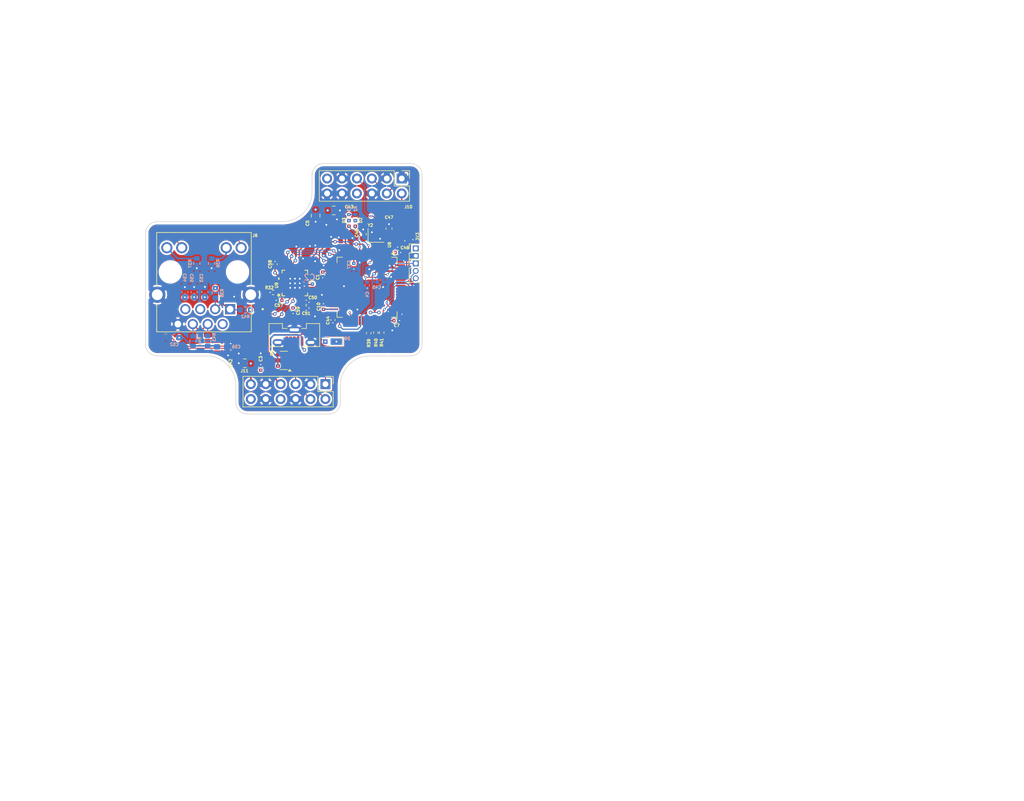
<source format=kicad_pcb>
(kicad_pcb (version 20240108) (generator "pcbnew") (generator_version "8.0")
  (layers (0 "F.Cu" signal) (1 "In1.Cu" power "In1_GND.Cu") (2 "In2.Cu" power "In2_VCC.Cu") (31 "B.Cu" signal) (34 "B.Paste" user) (35 "F.Paste" user) (36 "B.SilkS" user "B.Silkscreen") (37 "F.SilkS" user "F.Silkscreen") (38 "B.Mask" user) (39 "F.Mask" user) (44 "Edge.Cuts" user))
  (net 0 "")
  (net 1 "+3V3")
  (net 3 "monitoring_1")
  (net 4 "GND")
  (net 5 "/NRST")
  (net 6 "Net-(U6-PH0)")
  (net 7 "Net-(U6-PH1)")
  (net 8 "SENSOR_INDICATOR")
  (net 9 "Net-(D2-A)")
  (net 10 "Net-(D3-A)")
  (net 11 "ON_INDICATOR")
  (net 12 "/SWDIO")
  (net 13 "/SWCLK")
  (net 14 "D-")
  (net 15 "D+")
  (net 16 "Net-(C44-Pad2)")
  (net 17 "Net-(D9-A)")
  (net 19 "VDDCR")
  (net 20 "RXN")
  (net 21 "RXP")
  (net 23 "LED2")
  (net 25 "TXP")
  (net 26 "LED1")
  (net 28 "TXN")
  (net 29 "Net-(U9-RBIAS)")
  (net 30 "ETH_RXD1")
  (net 31 "ETH_RXD0")
  (net 32 "ETH_CRS_DV")
  (net 33 "ETH_TXD1")
  (net 35 "ETH_MDC")
  (net 36 "ETH_REF_CLK")
  (net 37 "ETH_TXD0")
  (net 38 "ETH_TX_EN")
  (net 39 "ETH_MDIO")
  (net 49 "CLKIN")
  (net 56 "Net-(J6-PadP10)")
  (net 57 "Net-(J6-PadP12)")
  (net 59 "Net-(U6-PA8)")
  (net 60 "/RXD1")
  (net 61 "/TXD1")
  (net 62 "Net-(U6-PA11)")
  (net 63 "Net-(U6-PA12)")
  (net 64 "SPI_MISO_1")
  (net 65 "SCK_1")
  (net 66 "SPI_MOSI_1")
  (net 67 "CSN_1")
  (net 68 "CLK_EXT_1")
  (net 73 "PGOOD1")
  (net 75 "INTR_1")
  (net 76 "DRV_ENN_1")
  (footprint "Package_QFP:LQFP-64_10x10mm_P0.5mm" (layer "F.Cu") (at 78.502651 84.2021 -90)
    (property "Reference" "U6")
    (property "Value" "STM32H563RGTx")
  )
  (footprint "Capacitor_SMD:C_0603_1608Metric" (layer "F.Cu") (at 82.24 74.2188 -90)
    (property "Reference" "C47")
    (property "Value" "15p")
  )
  (footprint "Resistor_SMD:R_0402_1005Metric" (layer "F.Cu") (at 78.7856 92.006 90)
    (property "Reference" "R39")
    (property "Value" "22")
  )
  (footprint "Connector_USB:USB_Micro-B_Molex-105133-0031" (layer "F.Cu") (at 66.1318 92.5158 180)
    (property "Reference" "J5" (hide yes))
    (property "Value" "USB_B_Micro")
  )
  (footprint "Crystal:Crystal_SMD_2016-4Pin_2.0x1.6mm" (layer "F.Cu") (at 80.026651 75.3883)
    (property "Reference" "Y2")
    (property "Value" "25Mhz")
  )
  (footprint "Capacitor_SMD:C_0402_1005Metric" (layer "F.Cu") (at 83.7692 78.2828)
    (property "Reference" "C46")
    (property "Value" "4.7u")
  )
  (footprint "Capacitor_SMD:C_0805_2012Metric_Pad1.18x1.45mm_HandSolder" (layer "F.Cu") (at 72.842 71.1252)
    (property "Reference" "C43")
    (property "Value" "22uF")
  )
  (footprint "Capacitor_SMD:C_0402_1005Metric" (layer "F.Cu") (at 63.5228 86.4108 180)
    (property "Reference" "C57")
    (property "Value" "0.1u")
  )
  (footprint "Diode_SMD:D_0402_1005Metric" (layer "F.Cu") (at 75.4126 73.3274 90)
    (property "Reference" "D3")
    (property "Value" "LED_GREEN")
  )
  (footprint "Capacitor_SMD:C_0805_2012Metric_Pad1.18x1.45mm_HandSolder" (layer "F.Cu") (at 69.7484 72.0129 -90)
    (property "Reference" "C5")
    (property "Value" "22uF")
  )
  (footprint "JXD2_0Z10NL:JXD2_0Z10NL" (layer "F.Cu") (at 50.7488 81.58)
    (property "Reference" "J6")
    (property "Value" "JXD2-0Z10NL")
  )
  (footprint "Package_TO_SOT_SMD:SOT-143" (layer "F.Cu") (at 64.333 96.6522 180)
    (property "Reference" "D8")
    (property "Value" "SP0503BAHT")
  )
  (footprint "Connector_PinHeader_2.54mm:PinHeader_2x06_P2.54mm_Vertical" (layer "F.Cu") (at 71.417901 100.690201 -90)
    (property "Reference" "J11")
    (property "Value" "Conn_02x06_Odd_Even")
  )
  (footprint "Capacitor_SMD:C_0402_1005Metric" (layer "F.Cu") (at 72.696851 89.7795 90)
    (property "Reference" "C44")
    (property "Value" "2.2u")
  )
  (footprint "Connector_PinHeader_1.27mm:PinHeader_1x02_P1.27mm_Vertical" (layer "F.Cu") (at 86.7918 77.582)
    (property "Reference" "J12" (hide yes))
    (property "Value" "Conn_01x02_Pin")
  )
  (footprint "Resistor_SMD:R_0402_1005Metric" (layer "F.Cu") (at 62.5074 85.09)
    (property "Reference" "R32")
    (property "Value" "12.1k")
  )
  (footprint "Capacitor_SMD:C_0402_1005Metric" (layer "F.Cu") (at 62.8396 80.2868 90)
    (property "Reference" "C58")
    (property "Value" "0.1u")
  )
  (footprint "Connector_PinHeader_1.27mm:PinHeader_1x03_P1.27mm_Vertical" (layer "F.Cu") (at 86.7918 80.137)
    (property "Reference" "J13" (hide yes))
    (property "Value" "Conn_01x03_Pin")
  )
  (footprint "LAN8742A_CZ_TR:LAN8742A_CZ_TR" (layer "F.Cu") (at 66.213051 83.4782 90)
    (property "Reference" "U9")
    (property "Value" "LAN8742A-CZ-TR")
  )
  (footprint "Connector_PinHeader_2.54mm:PinHeader_2x06_P2.54mm_Vertical" (layer "F.Cu") (at 84.402901 65.689001 -90)
    (property "Reference" "J10")
    (property "Value" "Conn_02x06_Odd_Even")
  )
  (footprint "Resistor_SMD:R_0402_1005Metric" (layer "F.Cu") (at 80.9954 91.9278 90)
    (property "Reference" "R41")
    (property "Value" "22")
  )
  (footprint "Capacitor_SMD:C_0402_1005Metric" (layer "F.Cu") (at 60.4012 97.8408 -90)
    (property "Reference" "C3")
    (property "Value" "0.1u")
  )
  (footprint "Capacitor_SMD:C_0402_1005Metric" (layer "F.Cu") (at 83.5634 89.8652)
    (property "Reference" "C7")
    (property "Value" "0.1u")
  )
  (footprint "LED_SMD:LED_0402_1005Metric" (layer "F.Cu") (at 76.5048 73.3393 90)
    (property "Reference" "D2")
    (property "Value" "LED_ORANGE")
  )
  (footprint "Capacitor_SMD:C_0402_1005Metric" (layer "F.Cu") (at 68.1482 87.757)
    (property "Reference" "C51")
    (property "Value" "1u")
  )
  (footprint "Capacitor_SMD:C_0402_1005Metric" (layer "F.Cu") (at 65.913 88.1888 -90)
    (property "Reference" "C59")
    (property "Value" "0.1u")
  )
  (footprint "Capacitor_SMD:C_0402_1005Metric" (layer "F.Cu") (at 68.1508 86.7664)
    (property "Reference" "C50")
    (property "Value" "470p")
  )
  (footprint "Capacitor_SMD:C_0603_1608Metric" (layer "F.Cu") (at 77.842601 75.151399 -90)
    (property "Reference" "C48")
    (property "Value" "15p")
  )
  (footprint "Capacitor_SMD:C_0805_2012Metric_Pad1.18x1.45mm_HandSolder" (layer "F.Cu") (at 57.7088 97.1296 180)
    (property "Reference" "C42")
    (property "Value" "22uF")
  )
  (footprint "Capacitor_SMD:C_0402_1005Metric" (layer "F.Cu") (at 71.0894 87.4802 90)
    (property "Reference" "C10")
    (property "Value" "0.1u")
  )
  (footprint "Resistor_SMD:R_0402_1005Metric" (layer "F.Cu") (at 80.0048 91.9278 -90)
    (property "Reference" "R40")
    (property "Value" "22")
  )
  (footprint "Capacitor_SMD:C_0402_1005Metric" (layer "F.Cu") (at 70.9676 82.0928 -90)
    (property "Reference" "C1")
    (property "Value" "0.1u")
  )
  (footprint "Capacitor_SMD:C_0603_1608Metric_Pad1.08x0.95mm_HandSolder" (layer "B.Cu") (at 49.07275 85.024999 -90)
    (property "Reference" "C55")
    (property "Value" "0.022uF")
  )
  (footprint "Resistor_SMD:R_0603_1608Metric" (layer "B.Cu") (at 57.7968 88.057 180)
    (property "Reference" "R42")
    (property "Value" "49.9")
  )
  (footprint "Resistor_SMD:R_0603_1608Metric" (layer "B.Cu") (at 48.8692 93.3656 90)
    (property "Reference" "R44")
    (property "Value" "49.9")
  )
  (footprint "Resistor_SMD:R_0603_1608Metric" (layer "B.Cu") (at 51.3838 93.3402 90)
    (property "Reference" "R43")
    (property "Value" "49.9")
  )
  (footprint "Capacitor_SMD:C_0402_1005Metric" (layer "B.Cu") (at 68.7324 83.6676 180)
    (property "Reference" "C2")
    (property "Value" "0.1u")
  )
  (footprint "Resistor_SMD:R_0402_1005Metric" (layer "B.Cu") (at 76.5048 72.3392 90)
    (property "Reference" "R2")
    (property "Value" "270")
  )
  (footprint "Capacitor_SMD:C_0603_1608Metric_Pad1.08x0.95mm_HandSolder" (layer "B.Cu") (at 45.66915 92.773099)
    (property "Reference" "C52")
    (property "Value" "10pF")
  )
  (footprint "Capacitor_SMD:C_0603_1608Metric_Pad1.08x0.95mm_HandSolder" (layer "B.Cu") (at 47.498 85.0392 -90)
    (property "Reference" "C54")
    (property "Value" "10pF")
  )
  (footprint "Capacitor_SMD:C_0402_1005Metric" (layer "B.Cu") (at 76.2508 80.6196 -90)
    (property "Reference" "C37")
    (property "Value" "0.1u")
  )
  (footprint "Diode_SMD:D_MicroSMP_AK" (layer "B.Cu") (at 72.4102 93.4518 180)
    (property "Reference" "D9")
    (property "Value" "D_Schottky")
  )
  (footprint "Capacitor_SMD:C_0402_1005Metric" (layer "B.Cu") (at 80.748651 83.3279)
    (property "Reference" "C45")
    (property "Value" "2.2u")
  )
  (footprint "Capacitor_SMD:C_0402_1005Metric" (layer "B.Cu") (at 78.5368 83.8682 -90)
    (property "Reference" "C4")
    (property "Value" "0.1u")
  )
  (footprint "Resistor_SMD:R_0603_1608Metric" (layer "B.Cu") (at 49.5296 80.1322 -90)
    (property "Reference" "R37")
    (property "Value" "330")
  )
  (footprint "Resistor_SMD:R_0603_1608Metric" (layer "B.Cu") (at 52.6792 85.1736 -90)
    (property "Reference" "R38")
    (property "Value" "49.9")
  )
  (footprint "Capacitor_SMD:C_0603_1608Metric_Pad1.08x0.95mm_HandSolder" (layer "B.Cu") (at 50.90155 85.000699 -90)
    (property "Reference" "C53")
    (property "Value" "10pF")
  )
  (footprint "Capacitor_SMD:C_0603_1608Metric_Pad1.08x0.95mm_HandSolder" (layer "B.Cu") (at 53.82255 94.347899 180)
    (property "Reference" "C56")
    (property "Value" "10pF")
  )
  (footprint "Resistor_SMD:R_0402_1005Metric" (layer "B.Cu") (at 75.4126 72.3392 -90)
    (property "Reference" "R3")
    (property "Value" "270")
  )
  (footprint "Resistor_SMD:R_0603_1608Metric" (layer "B.Cu") (at 52.0442 80.1322 -90)
    (property "Reference" "R36")
    (property "Value" "330")
  )
  (gr_arc (start 58.147012 105.778413) (mid 56.732799 105.192627) (end 56.147013 103.778414) (stroke (width 0.1)) (layer "Edge.Cuts"))
  (gr_arc (start 87.893513 93.880514) (mid 87.307727 95.294727) (end 85.893514 95.880513) (stroke (width 0.1)) (layer "Edge.Cuts"))
  (gr_line (start 40.801513 84.450513) (end 40.801513 75.020515) (stroke (width 0.1)) (layer "Edge.Cuts"))
  (gr_arc (start 40.801513 75.020515) (mid 41.3873 73.6063) (end 42.801515 73.020513) (stroke (width 0.1)) (layer "Edge.Cuts"))
  (gr_line (start 87.893513 65.122611) (end 87.893513 73.020513) (stroke (width 0.1)) (layer "Edge.Cuts"))
  (gr_line (start 85.893514 95.880513) (end 78.987012 95.880513) (stroke (width 0.1)) (layer "Edge.Cuts"))
  (gr_arc (start 69.132013 65.122615) (mid 69.7178 63.7084) (end 71.132015 63.122613) (stroke (width 0.1)) (layer "Edge.Cuts"))
  (gr_line (start 56.147013 103.778414) (end 56.147013 100.880512) (stroke (width 0.1)) (layer "Edge.Cuts"))
  (gr_line (start 87.893513 84.450513) (end 87.893513 93.880514) (stroke (width 0.1)) (layer "Edge.Cuts"))
  (gr_line (start 71.132015 63.122613) (end 85.893515 63.122613) (stroke (width 0.1)) (layer "Edge.Cuts"))
  (gr_line (start 73.987013 100.880513) (end 73.987013 103.778415) (stroke (width 0.1)) (layer "Edge.Cuts"))
  (gr_arc (start 69.132013 68.020513) (mid 67.667547 71.556047) (end 64.132012 73.020513) (stroke (width 0.1)) (layer "Edge.Cuts"))
  (gr_arc (start 42.801512 95.880513) (mid 41.387299 95.294727) (end 40.801513 93.880514) (stroke (width 0.1)) (layer "Edge.Cuts"))
  (gr_line (start 40.801513 93.880514) (end 40.801513 84.450513) (stroke (width 0.1)) (layer "Edge.Cuts"))
  (gr_circle (center 40.801513 73.020513) (end 40.791513 73.020513) (stroke (width 0.0001)) (fill solid) (layer "Edge.Cuts"))
  (gr_arc (start 73.987013 100.880513) (mid 75.451479 97.344979) (end 78.987012 95.880513) (stroke (width 0.1)) (layer "Edge.Cuts"))
  (gr_line (start 69.132013 68.020513) (end 69.132013 65.122615) (stroke (width 0.1)) (layer "Edge.Cuts"))
  (gr_line (start 71.987015 105.778413) (end 58.147012 105.778413) (stroke (width 0.1)) (layer "Edge.Cuts"))
  (gr_circle (center 40.801513 95.880513) (end 40.791513 95.880513) (stroke (width 0.0001)) (fill solid) (layer "Edge.Cuts"))
  (gr_line (start 87.893513 73.020513) (end 87.893513 84.450513) (stroke (width 0.1)) (layer "Edge.Cuts"))
  (gr_line (start 51.147012 95.880513) (end 42.801512 95.880513) (stroke (width 0.1)) (layer "Edge.Cuts"))
  (gr_line (start 42.801515 73.020513) (end 64.132012 73.020513) (stroke (width 0.1)) (layer "Edge.Cuts"))
  (gr_arc (start 73.987013 103.778415) (mid 73.401227 105.192627) (end 71.987015 105.778413) (stroke (width 0.1)) (layer "Edge.Cuts"))
  (gr_arc (start 51.147012 95.880513) (mid 54.682546 97.344978) (end 56.147013 100.880512) (stroke (width 0.1)) (layer "Edge.Cuts"))
  (gr_arc (start 85.893515 63.122613) (mid 87.307727 63.708399) (end 87.893513 65.122611) (stroke (width 0.1)) (layer "Edge.Cuts"))
  (gr_text "3V3" (at 87.376 76.327 90) (layer "F.SilkS") (effects (font (size 0.5 0.5) (thickness 0.1)) (justify left bottom)))
  (segment (start 69.1518 83.7282) (end 69.2124 83.6676) (width 0.2) (layer "F.Cu") (net 1))
  (segment (start 76.252651 80.137749) (end 76.2508 80.1396) (width 0.2) (layer "F.Cu") (net 1))
  (segment (start 64.5403 85.4467) (end 64.963051 85.4467) (width 0.2) (layer "F.Cu") (net 1))
  (segment (start 84.177651 80.4521) (end 83.3985 80.4521) (width 0.2) (layer "F.Cu") (net 1))
  (segment (start 71.0975 87.9521) (end 71.0894 87.9602) (width 0.2) (layer "F.Cu") (net 1))
  (segment (start 76.252651 78.5271) (end 76.252651 80.137749) (width 0.2) (layer "F.Cu") (net 1))
  (segment (start 82.6105 78.5271) (end 82.252651 78.5271) (width 0.2) (layer "F.Cu") (net 1))
  (segment (start 58.717901 97.157999) (end 58.7463 97.1296) (width 0.3) (layer "F.Cu") (net 1))
  (segment (start 83.0834 89.8704) (end 83.0834 89.8652) (width 0.2) (layer "F.Cu") (net 1))
  (segment (start 65.955051 87.6565) (end 65.904251 87.7073) (width 0.2) (layer "F.Cu") (net 1))
  (segment (start 64.0028 85.9842) (end 64.5403 85.4467) (width 0.2) (layer "F.Cu") (net 1))
  (segment (start 63.3306 82.2282) (end 62.8396 81.7372) (width 0.2) (layer "F.Cu") (net 1))
  (segment (start 58.7463 97.1042) (end 58.7463 97.1296) (width 0.2) (layer "F.Cu") (net 1))
  (segment (start 58.717901 97.1804) (end 58.717901 97.157999) (width 0.3) (layer "F.Cu") (net 1))
  (segment (start 82.8548 78.2828) (end 82.6105 78.5271) (width 0.2) (layer "F.Cu") (net 1))
  (segment (start 83.3985 80.4521) (end 82.252651 79.306251) (width 0.2) (layer "F.Cu") (net 1))
  (segment (start 83.2892 78.2828) (end 82.8548 78.2828) (width 0.2) (layer "F.Cu") (net 1))
  (segment (start 58.717901 100.690201) (end 58.717901 97.1804) (width 0.3) (layer "F.Cu") (net 1))
  (segment (start 72.827651 81.4521) (end 71.1283 81.4521) (width 0.2) (layer "F.Cu") (net 1))
  (segment (start 62.8396 81.7372) (end 62.8396 80.7668) (width 0.2) (layer "F.Cu") (net 1))
  (segment (start 68.181551 83.7282) (end 69.1518 83.7282) (width 0.2) (layer "F.Cu") (net 1))
  (segment (start 82.252651 89.8771) (end 83.0969 89.8771) (width 0.2) (layer "F.Cu") (net 1))
  (segment (start 63.701751 82.2282) (end 63.3306 82.2282) (width 0.2) (layer "F.Cu") (net 1))
  (segment (start 82.252651 79.306251) (end 82.252651 78.5271) (width 0.2) (layer "F.Cu") (net 1))
  (segment (start 72.827651 87.9521) (end 71.0975 87.9521) (width 0.2) (layer "F.Cu") (net 1))
  (segment (start 64.244551 82.2282) (end 63.701751 82.2282) (width 0.2) (layer "F.Cu") (net 1))
  (segment (start 71.1283 81.4521) (end 70.9676 81.6128) (width 0.2) (layer "F.Cu") (net 1))
  (segment (start 64.0028 86.4108) (end 64.0028 85.9842) (width 0.2) (layer "F.Cu") (net 1))
  (via (at 58.6218 88.057) (size 0.6) (drill 0.3) (layers "F.Cu" "B.Cu") (net 1))
  (via (at 58.717901 97.1804) (size 0.6) (drill 0.3) (layers "F.Cu" "B.Cu") (net 1))
  (via (at 83.2892 78.2828) (size 0.4) (drill 0.2) (layers "F.Cu" "B.Cu") (net 1))
  (via (at 69.2124 83.6676) (size 0.4) (drill 0.2) (layers "F.Cu" "B.Cu") (net 1))
  (via (at 49.07275 85.887499) (size 0.6) (drill 0.3) (layers "F.Cu" "B.Cu") (net 1))
  (via (at 47.498 85.9017) (size 0.6) (drill 0.3) (layers "F.Cu" "B.Cu") (net 1))
  (via (at 71.8045 71.1252) (size 0.6) (drill 0.3) (layers "F.Cu" "B.Cu") (net 1))
  (via (at 64.0028 86.4108) (size 0.4) (drill 0.2) (layers "F.Cu" "B.Cu") (net 1))
  (via (at 65.904251 87.7073) (size 0.4) (drill 0.2) (layers "F.Cu" "B.Cu") (net 1))
  (via (at 83.0834 89.8704) (size 0.4) (drill 0.2) (layers "F.Cu" "B.Cu") (net 1))
  (via (at 50.87725 85.887499) (size 0.6) (drill 0.3) (layers "F.Cu" "B.Cu") (net 1))
  (via (at 70.9676 81.6128) (size 0.4) (drill 0.2) (layers "F.Cu" "B.Cu") (net 1))
  (via (at 75.4126 71.8292) (size 0.4) (drill 0.2) (layers "F.Cu" "B.Cu") (net 1))
  (via (at 62.8396 81.7372) (size 0.6) (drill 0.3) (layers "F.Cu" "B.Cu") (net 1))
  (via (at 46.53165 92.773099) (size 0.6) (drill 0.3) (layers "F.Cu" "B.Cu") (net 1))
  (via (at 71.0975 87.9521) (size 0.4) (drill 0.2) (layers "F.Cu" "B.Cu") (net 1))
  (via (at 76.2508 80.1396) (size 0.4) (drill 0.2) (layers "F.Cu" "B.Cu") (net 1))
  (via (at 52.6792 84.3486) (size 0.6) (drill 0.3) (layers "F.Cu" "B.Cu") (net 1))
  (segment (start 49.1354 94.1906) (end 49.1608 94.1652) (width 0.25) (layer "B.Cu") (net 1))
  (segment (start 50.1392 87.9046) (end 50.1138 87.93) (width 0.25) (layer "B.Cu") (net 1))
  (segment (start 49.1608 94.1652) (end 51.3838 94.1652) (width 0.25) (layer "B.Cu") (net 1))
  (segment (start 65.929651 87.7073) (end 65.904251 87.7073) (width 0.2) (layer "B.Cu") (net 1))
  (segment (start 52.7422 84.2856) (end 52.6792 84.3486) (width 0.3) (layer "B.Cu") (net 1))
  (segment (start 50.90155 85.863199) (end 51.02965 85.863199) (width 0.3) (layer "B.Cu") (net 1))
  (segment (start 47.256299 92.773099) (end 46.53165 92.773099) (width 0.25) (layer "B.Cu") (net 1))
  (segment (start 58.6218 88.057) (end 58.5466 88.057) (width 0.25) (layer "B.Cu") (net 1))
  (segment (start 51.3838 94.1652) (end 52.777351 94.1652) (width 0.25) (layer "B.Cu") (net 1))
  (segment (start 48.8692 94.1906) (end 48.6738 94.1906) (width 0.25) (layer "B.Cu") (net 1))
  (segment (start 48.6738 94.1906) (end 47.256299 92.773099) (width 0.25) (layer "B.Cu") (net 1))
  (segment (start 49.055651 85.904598) (end 49.07275 85.887499) (width 0.3) (layer "B.Cu") (net 1))
  (segment (start 52.544249 84.3486) (end 52.6792 84.3486) (width 0.3) (layer "B.Cu") (net 1))
  (segment (start 50.87725 85.887499) (end 50.90155 85.863199) (width 0.3) (layer "B.Cu") (net 1))
  (segment (start 76.5048 71.8292) (end 75.4126 71.8292) (width 0.15) (layer "B.Cu") (net 1))
  (segment (start 52.777351 94.1652) (end 52.96005 94.347899) (width 0.25) (layer "B.Cu") (net 1))
  (segment (start 73.3621 87.9521) (end 71.0975 87.9521) (width 0.2) (layer "B.Cu") (net 1))
  (segment (start 48.8692 94.1906) (end 49.1354 94.1906) (width 0.25) (layer "B.Cu") (net 1))
  (segment (start 75.5396 88.4936) (end 75.5396 88.6968) (width 0.15) (layer "F.Cu") (net 3))
  (segment (start 75.752651 88.909851) (end 75.752651 89.8771) (width 0.15) (layer "F.Cu") (net 3))
  (segment (start 75.5396 88.6968) (end 75.752651 88.909851) (width 0.15) (layer "F.Cu") (net 3))
  (via (at 60.4012 98.3208) (size 0.4) (drill 0.2) (layers "F.Cu" "B.Cu") (net 3))
  (via (at 80.518 88.4936) (size 0.6) (drill 0.3) (layers "F.Cu" "B.Cu") (net 3))
  (via (at 75.5396 88.4936) (size 0.4) (drill 0.2) (layers "F.Cu" "B.Cu") (net 3))
  (via (at 79.0956 88.4936) (size 0.6) (drill 0.3) (layers "F.Cu" "B.Cu") (net 3))
  (segment (start 79.0956 88.4936) (end 80.518 88.4936) (width 0.15) (layer "B.Cu") (net 3))
  (segment (start 82.603302 82.4521) (end 82.592401 82.441199) (width 0.2) (layer "F.Cu") (net 4))
  (segment (start 82.754302 80.9521) (end 82.338401 80.536199) (width 0.2) (layer "F.Cu") (net 4))
  (segment (start 72.827651 80.9521) (end 71.5691 80.9521) (width 0.3) (layer "F.Cu") (net 4))
  (segment (start 76.752651 78.5271) (end 76.752651 79.522449) (width 0.2) (layer "F.Cu") (net 4))
  (segment (start 81.752651 88.732149) (end 82.1436 88.3412) (width 0.2) (layer "F.Cu") (net 4))
  (segment (start 72.827651 87.4521) (end 71.5413 87.4521) (width 0.2) (layer "F.Cu") (net 4))
  (segment (start 76.752651 79.522449) (end 77.233001 80.002799) (width 0.2) (layer "F.Cu") (net 4))
  (segment (start 81.752651 89.8771) (end 81.752651 88.7984) (width 0.2) (layer "F.Cu") (net 4))
  (segment (start 71.5691 80.9521) (end 71.1148 80.4978) (width 0.3) (layer "F.Cu") (net 4))
  (segment (start 71.5413 87.4521) (end 71.0894 87.0002) (width 0.2) (layer "F.Cu") (net 4))
  (segment (start 81.752651 88.7984) (end 81.752651 88.732149) (width 0.2) (layer "F.Cu") (net 4))
  (segment (start 84.177651 82.4521) (end 82.603302 82.4521) (width 0.2) (layer "F.Cu") (net 4))
  (segment (start 84.177651 80.9521) (end 82.754302 80.9521) (width 0.2) (layer "F.Cu") (net 4))
  (via (at 79.326651 74.8383) (size 0.6) (drill 0.3) (layers "F.Cu" "B.Cu") (net 4))
  (via (at 49.5296 80.9572) (size 0.6) (drill 0.3) (layers "F.Cu" "B.Cu") (net 4))
  (via (at 65.422001 83.533399) (size 0.6) (drill 0.3) (layers "F.Cu" "B.Cu") (net 4))
  (via (at 69.689201 77.081799) (size 0.6) (drill 0.3) (layers "F.Cu" "B.Cu") (net 4))
  (via (at 82.1436 88.3412) (size 0.4) (drill 0.2) (layers "F.Cu" "B.Cu") (net 4))
  (via (at 84.7598 79.6798) (size 0.4) (drill 0.2) (layers "F.Cu" "B.Cu") (net 4))
  (via (at 49.07275 84.162499) (size 0.6) (drill 0.3) (layers "F.Cu" "B.Cu") (net 4))
  (via (at 55.88 85.8012) (size 0.6) (drill 0.3) (layers "F.Cu" "B.Cu") (net 4))
  (via (at 77.842601 74.363999) (size 0.6) (drill 0.3) (layers "F.Cu" "B.Cu") (net 4))
  (via (at 83.7184 77.3684) (size 0.4) (drill 0.2) (layers "F.Cu" "B.Cu") (net 4))
  (via (at 68.774801 77.183399) (size 0.6) (drill 0.3) (layers "F.Cu" "B.Cu") (net 4))
  (via (at 60.4012 95.4532) (size 0.6) (drill 0.3) (layers "F.Cu" "B.Cu") (net 4))
  (via (at 76.2508 81.0996) (size 0.4) (drill 0.2) (layers "F.Cu" "B.Cu") (net 4))
  (via (at 84.0434 89.8652) (size 0.4) (drill 0.2) (layers "F.Cu" "B.Cu") (net 4))
  (via (at 69.663801 79.774199) (size 0.6) (drill 0.3) (layers "F.Cu" "B.Cu") (net 4))
  (via (at 62.0014 85.09) (size 0.4) (drill 0.2) (layers "F.Cu" "B.Cu") (net 4))
  (via (at 73.778251 77.8775) (size 0.6) (drill 0.3) (layers "F.Cu" "B.Cu") (net 4))
  (via (at 82.804 91.5416) (size 0.6) (drill 0.3) (layers "F.Cu" "B.Cu") (net 4))
  (via (at 70.9676 82.5728) (size 0.4) (drill 0.2) (layers "F.Cu" "B.Cu") (net 4))
  (via (at 73.3806 72.644) (size 0.6) (drill 0.3) (layers "F.Cu" "B.Cu") (net 4))
  (via (at 71.1148 78.796) (size 0.6) (drill 0.3) (layers "F.Cu" "B.Cu") (net 4))
  (via (at 67.606401 79.316999) (size 0.6) (drill 0.3) (layers "F.Cu" "B.Cu") (net 4))
  (via (at 86.3092 76.0984) (size 0.4) (drill 0.2) (layers "F.Cu" "B.Cu") (net 4))
  (via (at 47.498 84.1767) (size 0.6) (drill 0.3) (layers "F.Cu" "B.Cu") (net 4))
  (via (at 65.913 88.6688) (size 0.4) (drill 0.2) (layers "F.Cu" "B.Cu") (net 4))
  (via (at 82.24 73.4568) (size 0.6) (drill 0.3) (layers "F.Cu" "B.Cu") (net 4))
  (via (at 66.234801 84.295399) (size 0.6) (drill 0.3) (layers "F.Cu" "B.Cu") (net 4))
  (via (at 69.7484 73.0504) (size 0.6) (drill 0.3) (layers "F.Cu" "B.Cu") (net 4))
  (via (at 76.017 75.8242) (size 0.6) (drill 0.3) (layers "F.Cu" "B.Cu") (net 4))
  (via (at 77.233001 80.002799) (size 0.6) (drill 0.3) (layers "F.Cu" "B.Cu") (net 4))
  (via (at 71.5772 73.5838) (size 0.6) (drill 0.3) (layers "F.Cu" "B.Cu") (net 4))
  (via (at 56.6674 95.4786) (size 0.6) (drill 0.3) (layers "F.Cu" "B.Cu") (net 4))
  (via (at 50.90155 84.138199) (size 0.6) (drill 0.3) (layers "F.Cu" "B.Cu") (net 4))
  (via (at 82.338401 80.536199) (size 0.6) (drill 0.3) (layers "F.Cu" "B.Cu") (net 4))
  (via (at 66.234801 82.745999) (size 0.6) (drill 0.3) (layers "F.Cu" "B.Cu") (net 4))
  (via (at 84.9376 76.3016) (size 0.4) (drill 0.2) (layers "F.Cu" "B.Cu") (net 4))
  (via (at 63.0428 86.4108) (size 0.4) (drill 0.2) (layers "F.Cu" "B.Cu") (net 4))
  (via (at 69.6468 89.154) (size 0.6) (drill 0.3) (layers "F.Cu" "B.Cu") (net 4))
  (via (at 65.422001 82.745999) (size 0.6) (drill 0.3) (layers "F.Cu" "B.Cu") (net 4))
  (via (at 72.39 75.6158) (size 0.6) (drill 0.3) (layers "F.Cu" "B.Cu") (net 4))
  (via (at 68.6308 86.7664) (size 0.4) (drill 0.2) (layers "F.Cu" "B.Cu") (net 4))
  (via (at 67.047601 82.745999) (size 0.6) (drill 0.3) (layers "F.Cu" "B.Cu") (net 4))
  (via (at 78.8924 81.1276) (size 0.6) (drill 0.3) (layers "F.Cu" "B.Cu") (net 4))
  (via (at 72.6948 90.2462) (size 0.4) (drill 0.2) (layers "F.Cu" "B.Cu") (net 4))
  (via (at 66.234801 83.533399) (size 0.6) (drill 0.3) (layers "F.Cu" "B.Cu") (net 4))
  (via (at 81.231251 84.1661) (size 0.6) (drill 0.3) (layers "F.Cu" "B.Cu") (net 4))
  (via (at 62.8396 79.8068) (size 0.4) (drill 0.2) (layers "F.Cu" "B.Cu") (net 4))
  (via (at 71.0894 87.0002) (size 0.4) (drill 0.2) (layers "F.Cu" "B.Cu") (net 4))
  (via (at 84.455 88.7984) (size 0.4) (drill 0.2) (layers "F.Cu" "B.Cu") (net 4))
  (via (at 86.4616 83.8962) (size 0.4) (drill 0.2) (layers "F.Cu" "B.Cu") (net 4))
  (via (at 68.6308 87.757) (size 0.4) (drill 0.2) (layers "F.Cu" "B.Cu") (net 4))
  (via (at 76.8604 87.9856) (size 0.6) (drill 0.3) (layers "F.Cu" "B.Cu") (net 4))
  (via (at 80.726651 75.9383) (size 0.6) (drill 0.3) (layers "F.Cu" "B.Cu") (net 4))
  (via (at 52.0442 80.9572) (size 0.6) (drill 0.3) (layers "F.Cu" "B.Cu") (net 4))
  (via (at 60.4012 97.3608) (size 0.4) (drill 0.2) (layers "F.Cu" "B.Cu") (net 4))
  (via (at 70.8152 85.4964) (size 0.6) (drill 0.3) (layers "F.Cu" "B.Cu") (net 4))
  (via (at 67.047601 84.295399) (size 0.6) (drill 0.3) (layers "F.Cu" "B.Cu") (net 4))
  (via (at 82.592401 82.441199) (size 0.6) (drill 0.3) (layers "F.Cu" "B.Cu") (net 4))
  (via (at 66.463401 77.259599) (size 0.6) (drill 0.3) (layers "F.Cu" "B.Cu") (net 4))
  (via (at 56.6713 97.1296) (size 0.6) (drill 0.3) (layers "F.Cu" "B.Cu") (net 4))
  (via (at 73.6854 75.7174) (size 0.6) (drill 0.3) (layers "F.Cu" "B.Cu") (net 4))
  (via (at 73.8795 71.1252) (size 0.6) (drill 0.3) (layers "F.Cu" "B.Cu") (net 4))
  (via (at 67.047601 83.533399) (size 0.6) (drill 0.3) (layers "F.Cu" "B.Cu") (net 4))
  (via (at 78.5368 84.3482) (size 0.4) (drill 0.2) (layers "F.Cu" "B.Cu") (net 4))
  (via (at 74.5744 84.0232) (size 0.6) (drill 0.3) (layers "F.Cu" "B.Cu") (net 4))
  (via (at 71.1148 80.4978) (size 0.6) (drill 0.3) (layers "F.Cu" "B.Cu") (net 4))
  (via (at 84.2264 78.2828) (size 0.4) (drill 0.2) (layers "F.Cu" "B.Cu") (net 4))
  (via (at 54.8386 95.8088) (size 0.6) (drill 0.3) (layers "F.Cu" "B.Cu") (net 4))
  (via (at 65.422001 84.295399) (size 0.6) (drill 0.3) (layers "F.Cu" "B.Cu") (net 4))
  (segment (start 81.228651 84.1635) (end 81.231251 84.1661) (width 0.2) (layer "B.Cu") (net 4))
  (segment (start 81.228651 83.3279) (end 81.228651 84.1635) (width 0.2) (layer "B.Cu") (net 4))
  (segment (start 80.1624 82.4992) (end 78.2574 82.4992) (width 0.15) (layer "F.Cu") (net 5))
  (segment (start 81.9658 82.042) (end 80.6196 82.042) (width 0.15) (layer "F.Cu") (net 5))
  (segment (start 79.252651 79.700549) (end 79.252651 78.5271) (width 0.15) (layer "F.Cu") (net 5))
  (segment (start 78.2574 82.4992) (end 78.2522 82.5044) (width 0.15) (layer "F.Cu") (net 5))
  (segment (start 80.6196 82.042) (end 80.1624 82.4992) (width 0.15) (layer "F.Cu") (net 5))
  (segment (start 78.9888 79.9644) (end 79.252651 79.700549) (width 0.15) (layer "F.Cu") (net 5))
  (via (at 78.2522 82.5044) (size 0.4) (drill 0.2) (layers "F.Cu" "B.Cu") (net 5))
  (via (at 78.9888 79.9644) (size 0.4) (drill 0.2) (layers "F.Cu" "B.Cu") (net 5))
  (via (at 81.9658 82.042) (size 0.4) (drill 0.2) (layers "F.Cu" "B.Cu") (net 5))
  (segment (start 83.82 80.137) (end 82.931 81.026) (width 0.15) (layer "B.Cu") (net 5))
  (segment (start 78.0998 80.2438) (end 78.7094 80.2438) (width 0.15) (layer "B.Cu") (net 5))
  (segment (start 82.931 81.026) (end 81.9658 81.9912) (width 0.15) (layer "B.Cu") (net 5))
  (segment (start 81.9658 81.9912) (end 81.9658 82.042) (width 0.15) (layer "B.Cu") (net 5))
  (segment (start 77.795 80.828) (end 77.795 80.5486) (width 0.15) (layer "B.Cu") (net 5))
  (segment (start 78.2522 82.5044) (end 77.795 82.0472) (width 0.15) (layer "B.Cu") (net 5))
  (segment (start 77.795 82.0472) (end 77.795 80.828) (width 0.15) (layer "B.Cu") (net 5))
  (segment (start 77.795 80.5486) (end 78.0998 80.2438) (width 0.15) (layer "B.Cu") (net 5))
  (segment (start 78.2522 83.1036) (end 78.2522 82.5044) (width 0.15) (layer "B.Cu") (net 5))
  (segment (start 78.7094 80.2438) (end 78.9888 79.9644) (width 0.15) (layer "B.Cu") (net 5))
  (segment (start 78.5368 83.3882) (end 78.2522 83.1036) (width 0.15) (layer "B.Cu") (net 5))
  (segment (start 86.7918 80.137) (end 83.82 80.137) (width 0.15) (layer "B.Cu") (net 5))
  (segment (start 81.3551 76.8869) (end 82.24 76.002) (width 0.2) (layer "F.Cu") (net 6))
  (segment (start 82.0845 74.8383) (end 82.24 74.9938) (width 0.2) (layer "F.Cu") (net 6))
  (segment (start 82.262201 75.122801) (end 82.24 75.1006) (width 0.2) (layer "F.Cu") (net 6))
  (segment (start 80.252651 78.5271) (end 80.252651 77.4229) (width 0.2) (layer "F.Cu") (net 6))
  (segment (start 80.750251 74.8147) (end 80.726651 74.8383) (width 0.2) (layer "F.Cu") (net 6))
  (segment (start 80.726651 74.8383) (end 82.0845 74.8383) (width 0.2) (layer "F.Cu") (net 6))
  (segment (start 80.788651 76.8869) (end 81.3551 76.8869) (width 0.2) (layer "F.Cu") (net 6))
  (segment (start 82.24 76.002) (end 82.24 75.1006) (width 0.2) (layer "F.Cu") (net 6))
  (segment (start 80.252651 77.4229) (end 80.788651 76.8869) (width 0.2) (layer "F.Cu") (net 6))
  (segment (start 79.752651 77.4203) (end 79.752651 78.5271) (width 0.2) (layer "F.Cu") (net 7))
  (segment (start 79.326651 76.9943) (end 79.752651 77.4203) (width 0.2) (layer "F.Cu") (net 7))
  (segment (start 79.326651 75.9383) (end 77.854502 75.9383) (width 0.2) (layer "F.Cu") (net 7))
  (segment (start 79.326651 75.9383) (end 79.326651 76.9943) (width 0.2) (layer "F.Cu") (net 7))
  (segment (start 77.854502 75.9383) (end 77.842601 75.926399) (width 0.2) (layer "F.Cu") (net 7))
  (segment (start 78.752651 77.086651) (end 78.7348 77.0688) (width 0.15) (layer "F.Cu") (net 8))
  (segment (start 78.752651 78.5271) (end 78.752651 77.086651) (width 0.15) (layer "F.Cu") (net 8))
  (via (at 76.5048 73.8243) (size 0.4) (drill 0.2) (layers "F.Cu" "B.Cu") (net 8))
  (via (at 78.7348 77.0688) (size 0.4) (drill 0.2) (layers "F.Cu" "B.Cu") (net 8))
  (segment (start 77.287 75.255) (end 76.5048 74.4728) (width 0.15) (layer "B.Cu") (net 8))
  (segment (start 78.1252 76.4592) (end 77.6934 76.4592) (width 0.15) (layer "B.Cu") (net 8))
  (segment (start 76.5048 74.4728) (end 76.5048 73.8243) (width 0.15) (layer "B.Cu") (net 8))
  (segment (start 77.6934 76.4592) (end 77.287 76.0528) (width 0.15) (layer "B.Cu") (net 8))
  (segment (start 78.7348 77.0688) (end 78.1252 76.4592) (width 0.15) (layer "B.Cu") (net 8))
  (segment (start 77.287 76.0528) (end 77.287 75.255) (width 0.15) (layer "B.Cu") (net 8))
  (via (at 76.5048 72.8543) (size 0.4) (drill 0.2) (layers "F.Cu" "B.Cu") (net 9))
  (via (at 75.4126 72.8424) (size 0.4) (drill 0.2) (layers "F.Cu" "B.Cu") (net 10))
  (segment (start 77.252651 77.370449) (end 77.2616 77.3615) (width 0.15) (layer "F.Cu") (net 11))
  (segment (start 77.252651 78.5271) (end 77.252651 77.370449) (width 0.15) (layer "F.Cu") (net 11))
  (via (at 75.4126 73.8124) (size 0.4) (drill 0.2) (layers "F.Cu" "B.Cu") (net 11))
  (via (at 77.2616 77.3615) (size 0.4) (drill 0.2) (layers "F.Cu" "B.Cu") (net 11))
  (segment (start 76.9314 75.4328) (end 75.4126 73.914) (width 0.15) (layer "B.Cu") (net 11))
  (segment (start 76.9314 75.8952) (end 76.9314 75.4328) (width 0.15) (layer "B.Cu") (net 11))
  (segment (start 77.2616 76.522374) (end 77.103013 76.363787) (width 0.15) (layer "B.Cu") (net 11))
  (segment (start 76.937 76.197775) (end 76.9314 76.192175) (width 0.15) (layer "B.Cu") (net 11))
  (segment (start 75.4126 73.914) (end 75.4126 73.8124) (width 0.15) (layer "B.Cu") (net 11))
  (segment (start 77.103013 76.363787) (end 76.937 76.197775) (width 0.15) (layer "B.Cu") (net 11))
  (segment (start 76.9314 76.192175) (end 76.9314 75.8952) (width 0.15) (layer "B.Cu") (net 11))
  (segment (start 77.2616 77.3615) (end 77.2616 76.522374) (width 0.15) (layer "B.Cu") (net 11))
  (segment (start 81.252651 89.8771) (end 81.252651 88.165349) (width 0.15) (layer "F.Cu") (net 12))
  (segment (start 81.252651 88.165349) (end 81.4324 87.9856) (width 0.15) (layer "F.Cu") (net 12))
  (via (at 81.4324 87.9856) (size 0.4) (drill 0.2) (layers "F.Cu" "B.Cu") (net 12))
  (segment (start 83.1088 85.2678) (end 83.1088 85.8266) (width 0.15) (layer "B.Cu") (net 12))
  (segment (start 83.1088 84.187974) (end 83.1088 85.8266) (width 0.15) (layer "B.Cu") (net 12))
  (segment (start 82.5246 86.5378) (end 82.3722 86.6902) (width 0.15) (layer "B.Cu") (net 12))
  (segment (start 82.3722 86.8172) (end 82.3722 87.0458) (width 0.15) (layer "B.Cu") (net 12))
  (segment (start 83.1088 85.9536) (end 82.5246 86.5378) (width 0.15) (layer "B.Cu") (net 12))
  (segment (start 86.7918 82.677) (end 85.8774 83.5914) (width 0.15) (layer "B.Cu") (net 12))
  (segment (start 85.8774 83.5914) (end 85.852 83.6168) (width 0.15) (layer "B.Cu") (net 12))
  (segment (start 82.3722 86.6902) (end 82.3722 86.8172) (width 0.15) (layer "B.Cu") (net 12))
  (segment (start 83.1088 84.2518) (end 83.1088 85.2678) (width 0.15) (layer "B.Cu") (net 12))
  (segment (start 83.679974 83.6168) (end 83.1088 84.187974) (width 0.15) (layer "B.Cu") (net 12))
  (segment (start 83.9978 83.6168) (end 83.679974 83.6168) (width 0.15) (layer "B.Cu") (net 12))
  (segment (start 82.3722 87.0458) (end 81.4324 87.9856) (width 0.15) (layer "B.Cu") (net 12))
  (segment (start 83.1088 85.8266) (end 83.1088 85.9536) (width 0.15) (layer "B.Cu") (net 12))
  (segment (start 85.852 83.6168) (end 83.9978 83.6168) (width 0.15) (layer "B.Cu") (net 12))
  (segment (start 81.8642 86.8426) (end 81.8642 87.05927) (width 0.15) (layer "F.Cu") (net 13))
  (segment (start 81.8642 87.05927) (end 82.75703 87.9521) (width 0.15) (layer "F.Cu") (net 13))
  (segment (start 82.75703 87.9521) (end 84.177651 87.9521) (width 0.15) (layer "F.Cu") (net 13))
  (via (at 81.8642 86.8426) (size 0.4) (drill 0.2) (layers "F.Cu" "B.Cu") (net 13))
  (segment (start 83.5533 83.2485) (end 83.3628 83.439) (width 0.15) (layer "B.Cu") (net 13))
  (segment (start 82.296 86.1822) (end 81.8642 86.614) (width 0.15) (layer "B.Cu") (net 13))
  (segment (start 83.0326 83.7692) (end 82.7278 84.074) (width 0.15) (layer "B.Cu") (net 13))
  (segment (start 82.7278 85.2424) (end 82.7278 85.7504) (width 0.15) (layer "B.Cu") (net 13))
  (segment (start 83.3628 83.439) (end 83.0326 83.7692) (width 0.15) (layer "B.Cu") (net 13))
  (segment (start 81.8642 86.614) (end 81.8642 86.8426) (width 0.15) (layer "B.Cu") (net 13))
  (segment (start 86.0044 82.368384) (end 86.0044 82.9056) (width 0.15) (layer "B.Cu") (net 13))
  (segment (start 86.0044 82.9056) (end 85.725 83.185) (width 0.15) (layer "B.Cu") (net 13))
  (segment (start 86.7918 81.580984) (end 86.078692 82.294092) (width 0.15) (layer "B.Cu") (net 13))
  (segment (start 85.725 83.185) (end 85.6615 83.2485) (width 0.15) (layer "B.Cu") (net 13))
  (segment (start 86.7918 81.407) (end 86.7918 81.580984) (width 0.15) (layer "B.Cu") (net 13))
  (segment (start 85.6615 83.2485) (end 83.5533 83.2485) (width 0.15) (layer "B.Cu") (net 13))
  (segment (start 86.078692 82.294092) (end 86.0044 82.368384) (width 0.15) (layer "B.Cu") (net 13))
  (segment (start 82.7278 84.074) (end 82.7278 85.2424) (width 0.15) (layer "B.Cu") (net 13))
  (segment (start 82.7278 85.7504) (end 82.296 86.1822) (width 0.15) (layer "B.Cu") (net 13))
  (segment (start 79.645001 93.2776) (end 80.0048 92.917801) (width 0.2) (layer "F.Cu") (net 14))
  (segment (start 75.7206 93.2776) (end 79.645001 93.2776) (width 0.2) (layer "F.Cu") (net 14))
  (segment (start 62.0656 94.1376) (end 62.0656 94.4424) (width 0.2) (layer "F.Cu") (net 14))
  (segment (start 80.0048 92.917801) (end 80.0048 92.4378) (width 0.2) (layer "F.Cu") (net 14))
  (segment (start 66.7818 94.465801) (end 66.6818 94.565801) (width 0.2) (layer "F.Cu") (net 14))
  (segment (start 74.5776 94.4206) (end 75.7206 93.2776) (width 0.2) (layer "F.Cu") (net 14))
  (segment (start 66.7818 92.3908) (end 66.7818 93.3408) (width 0.2) (layer "F.Cu") (net 14))
  (segment (start 62.0656 92.9506) (end 62.0656 94.1376) (width 0.2) (layer "F.Cu") (net 14))
  (segment (start 67.0932 95.6652) (end 70.7168 95.6652) (width 0.2) (layer "F.Cu") (net 14))
  (segment (start 62.8242 95.7022) (end 63.333 95.7022) (width 0.2) (layer "F.Cu") (net 14))
  (segment (start 80.0048 92.4878) (end 80.0048 92.4378) (width 0.2) (layer "F.Cu") (net 14))
  (segment (start 70.7168 95.6652) (end 71.9614 94.4206) (width 0.2) (layer "F.Cu") (net 14))
  (segment (start 62.2248 92.7914) (end 62.0656 92.9506) (width 0.2) (layer "F.Cu") (net 14))
  (segment (start 66.238 92.2908) (end 66.6818 92.2908) (width 0.2) (layer "F.Cu") (net 14))
  (segment (start 66.6568 92.2908) (end 66.238 92.2908) (width 0.2) (layer "F.Cu") (net 14))
  (segment (start 62.7254 92.2908) (end 62.2248 92.7914) (width 0.2) (layer "F.Cu") (net 14))
  (segment (start 62.0656 94.9436) (end 62.8242 95.7022) (width 0.2) (layer "F.Cu") (net 14))
  (segment (start 66.6818 95.2538) (end 67.0932 95.6652) (width 0.2) (layer "F.Cu") (net 14))
  (segment (start 62.0656 94.4424) (end 62.0656 94.9436) (width 0.2) (layer "F.Cu") (net 14))
  (segment (start 62.0656 94.4424) (end 62.0656 94.6388) (width 0.2) (layer "F.Cu") (net 14))
  (segment (start 66.7818 93.3408) (end 66.7818 94.465801) (width 0.2) (layer "F.Cu") (net 14))
  (segment (start 71.9614 94.4206) (end 74.5776 94.4206) (width 0.2) (layer "F.Cu") (net 14))
  (segment (start 66.6818 94.565801) (end 66.6818 95.2538) (width 0.2) (layer "F.Cu") (net 14))
  (segment (start 66.6818 92.2908) (end 66.7818 92.3908) (width 0.2) (layer "F.Cu") (net 14))
  (segment (start 66.238 92.2908) (end 62.7254 92.2908) (width 0.2) (layer "F.Cu") (net 14))
  (segment (start 66.9068 96.1152) (end 70.9032 96.1152) (width 0.2) (layer "F.Cu") (net 15))
  (segment (start 66.2318 95.052) (end 66.2318 95.4402) (width 0.2) (layer "F.Cu") (net 15))
  (segment (start 65.333 95.2966) (end 65.333 95.7022) (width 0.2) (layer "F.Cu") (net 15))
  (segment (start 66.2318 95.052) (end 65.5776 95.052) (width 0.2) (layer "F.Cu") (net 15))
  (segment (start 70.9032 96.1152) (end 72.1478 94.8706) (width 0.2) (layer "F.Cu") (net 15))
  (segment (start 75.907 93.7276) (end 80.185601 93.7276) (width 0.2) (layer "F.Cu") (net 15))
  (segment (start 66.2318 94.565801) (end 66.1318 94.465801) (width 0.2) (layer "F.Cu") (net 15))
  (segment (start 66.1318 94.465801) (end 66.1318 93.3408) (width 0.2) (layer "F.Cu") (net 15))
  (segment (start 80.185601 93.7276) (end 80.9954 92.917801) (width 0.2) (layer "F.Cu") (net 15))
  (segment (start 65.5776 95.052) (end 65.333 95.2966) (width 0.2) (layer "F.Cu") (net 15))
  (segment (start 72.1478 94.8706) (end 74.764 94.8706) (width 0.2) (layer "F.Cu") (net 15))
  (segment (start 66.2318 95.4402) (end 66.9068 96.1152) (width 0.2) (layer "F.Cu") (net 15))
  (segment (start 74.764 94.8706) (end 75.907 93.7276) (width 0.2) (layer "F.Cu") (net 15))
  (segment (start 66.2318 95.052) (end 66.2318 94.565801) (width 0.2) (layer "F.Cu") (net 15))
  (segment (start 80.9954 92.917801) (end 80.9954 92.4378) (width 0.2) (layer "F.Cu") (net 15))
  (segment (start 72.827651 86.9521) (end 73.7083 86.9521) (width 0.2) (layer "F.Cu") (net 16))
  (segment (start 79.696451 81.9161) (end 80.160451 81.4521) (width 0.3) (layer "F.Cu") (net 16))
  (segment (start 74.112 87.3558) (end 74.112 88.4988) (width 0.2) (layer "F.Cu") (net 16))
  (segment (start 73.829401 88.781399) (end 73.829401 89.299199) (width 0.2) (layer "F.Cu") (net 16))
  (segment (start 80.160451 81.4521) (end 84.177651 81.4521) (width 0.3) (layer "F.Cu") (net 16))
  (segment (start 73.8291 89.2995) (end 72.696851 89.2995) (width 0.2) (layer "F.Cu") (net 16))
  (segment (start 73.8291 89.2995) (end 73.8291 90.8067) (width 0.2) (layer "F.Cu") (net 16))
  (segment (start 73.7083 86.9521) (end 74.112 87.3558) (width 0.2) (layer "F.Cu") (net 16))
  (segment (start 73.829401 89.299199) (end 73.8291 89.2995) (width 0.2) (layer "F.Cu") (net 16))
  (segment (start 74.112 88.4988) (end 73.829401 88.781399) (width 0.2) (layer "F.Cu") (net 16))
  (segment (start 73.8291 90.8067) (end 73.8326 90.8102) (width 0.2) (layer "F.Cu") (net 16))
  (via (at 73.8326 90.8102) (size 0.6) (drill 0.3) (layers "F.Cu" "B.Cu") (net 16))
  (via (at 79.696451 81.9161) (size 0.6) (drill 0.3) (layers "F.Cu" "B.Cu") (net 16))
  (segment (start 77.4076 89.1402) (end 79.391651 87.156149) (width 0.2) (layer "B.Cu") (net 16))
  (segment (start 76.906 91.3436) (end 77.4076 90.842) (width 0.2) (layer "B.Cu") (net 16))
  (segment (start 79.391651 83.3279) (end 79.391651 82.2209) (width 0.2) (layer "B.Cu") (net 16))
  (segment (start 79.391651 87.156149) (end 79.391651 83.3279) (width 0.2) (layer "B.Cu") (net 16))
  (segment (start 77.4076 90.842) (end 77.4076 89.1402) (width 0.2) (layer "B.Cu") (net 16))
  (segment (start 73.8326 90.8102) (end 74.366 91.3436) (width 0.2) (layer "B.Cu") (net 16))
  (segment (start 74.366 91.3436) (end 76.906 91.3436) (width 0.2) (layer "B.Cu") (net 16))
  (segment (start 79.391651 82.2209) (end 79.696451 81.9161) (width 0.2) (layer "B.Cu") (net 16))
  (segment (start 79.391651 83.3279) (end 80.268651 83.3279) (width 0.2) (layer "B.Cu") (net 16))
  (segment (start 67.4318 94.4678) (end 67.4318 93.3408) (width 0.25) (layer "F.Cu") (net 17))
  (segment (start 67.8382 94.8742) (end 67.4318 94.4678) (width 0.25) (layer "F.Cu") (net 17))
  (via (at 71.3902 93.4518) (size 0.6) (drill 0.3) (layers "F.Cu" "B.Cu") (net 17))
  (via (at 63.333 97.6022) (size 0.4) (drill 0.2) (layers "F.Cu" "B.Cu") (net 17))
  (via (at 67.8382 94.8742) (size 0.6) (drill 0.3) (layers "F.Cu" "B.Cu") (net 17))
  (segment (start 67.1016 92.3342) (end 62.6058 92.3342) (width 0.25) (layer "B.Cu") (net 17))
  (segment (start 63.317 97.5862) (end 63.333 97.6022) (width 0.25) (layer "B.Cu") (net 17))
  (segment (start 62.0978 92.8422) (end 62.0978 94.9758) (width 0.25) (layer "B.Cu") (net 17))
  (segment (start 67.4318 94.4678) (end 67.4318 92.6644) (width 0.25) (layer "B.Cu") (net 17))
  (segment (start 62.6058 92.3342) (end 62.0978 92.8422) (width 0.25) (layer "B.Cu") (net 17))
  (segment (start 63.317 96.195) (end 63.317 97.5862) (width 0.25) (layer "B.Cu") (net 17))
  (segment (start 62.0978 94.9758) (end 63.317 96.195) (width 0.25) (layer "B.Cu") (net 17))
  (segment (start 67.4318 92.6644) (end 67.1016 92.3342) (width 0.25) (layer "B.Cu") (net 17))
  (segment (start 67.8382 94.8742) (end 67.4318 94.4678) (width 0.25) (layer "B.Cu") (net 17))
  (segment (start 67.6708 86.1366) (end 67.6708 86.7664) (width 0.2) (layer "F.Cu") (net 19))
  (segment (start 67.6708 86.7664) (end 67.6708 87.7544) (width 0.2) (layer "F.Cu") (net 19))
  (segment (start 67.463051 85.928851) (end 67.6708 86.1366) (width 0.2) (layer "F.Cu") (net 19))
  (segment (start 67.6708 87.7544) (end 67.6682 87.757) (width 0.2) (layer "F.Cu") (net 19))
  (segment (start 67.463051 85.4467) (end 67.463051 85.928851) (width 0.2) (layer "F.Cu") (net 19))
  (segment (start 50.3424 91.5114) (end 51.3838 90.47) (width 0.2) (layer "F.Cu") (net 20))
  (segment (start 60.76 87.5066) (end 55.1514 93.1152) (width 0.2) (layer "F.Cu") (net 20))
  (segment (start 50.6388 93.1152) (end 50.3388 92.8152) (width 0.2) (layer "F.Cu") (net 20))
  (segment (start 61.470599 83.753201) (end 60.76 84.4638) (width 0.2) (layer "F.Cu") (net 20))
  (segment (start 63.67305 83.7282) (end 63.648049 83.753201) (width 0.2) (layer "F.Cu") (net 20))
  (segment (start 64.244551 83.7282) (end 63.67305 83.7282) (width 0.2) (layer "F.Cu") (net 20))
  (segment (start 55.1514 93.1152) (end 50.6388 93.1152) (width 0.2) (layer "F.Cu") (net 20))
  (segment (start 63.648049 83.753201) (end 61.470599 83.753201) (width 0.2) (layer "F.Cu") (net 20))
  (segment (start 60.76 84.4638) (end 60.76 87.5066) (width 0.2) (layer "F.Cu") (net 20))
  (segment (start 50.3388 92.8152) (end 50.3388 91.5114) (width 0.2) (layer "F.Cu") (net 20))
  (segment (start 50.3388 91.5114) (end 50.3424 91.5114) (width 0.2) (layer "F.Cu") (net 20))
  (segment (start 51.3838 92.4014) (end 51.3838 90.47) (width 0.2) (layer "B.Cu") (net 20))
  (segment (start 49.8888 93.0016) (end 49.8888 91.5114) (width 0.2) (layer "F.Cu") (net 21))
  (segment (start 50.4524 93.5652) (end 49.8888 93.0016) (width 0.2) (layer "F.Cu") (net 21))
  (segment (start 61.21 84.6502) (end 61.21 87.693) (width 0.2) (layer "F.Cu") (net 21))
  (segment (start 61.21 87.693) (end 55.3378 93.5652) (width 0.2) (layer "F.Cu") (net 21))
  (segment (start 63.648049 84.2032) (end 61.657 84.2032) (width 0.2) (layer "F.Cu") (net 21))
  (segment (start 64.244551 84.228201) (end 63.67305 84.228201) (width 0.2) (layer "F.Cu") (net 21))
  (segment (start 49.8888 91.5114) (end 49.8852 91.5114) (width 0.2) (layer "F.Cu") (net 21))
  (segment (start 61.657 84.2032) (end 61.21 84.6502) (width 0.2) (layer "F.Cu") (net 21))
  (segment (start 55.3378 93.5652) (end 50.4524 93.5652) (width 0.2) (layer "F.Cu") (net 21))
  (segment (start 63.67305 84.228201) (end 63.648049 84.2032) (width 0.2) (layer "F.Cu") (net 21))
  (segment (start 49.8852 91.5114) (end 48.8438 90.47) (width 0.2) (layer "F.Cu") (net 21))
  (segment (start 48.8692 92.5406) (end 48.8692 90.4954) (width 0.2) (layer "B.Cu") (net 21))
  (segment (start 48.8692 90.4954) (end 48.8438 90.47) (width 0.2) (layer "B.Cu") (net 21))
  (segment (start 44.1937 83.7644) (end 44.7779 83.7644) (width 0.15) (layer "F.Cu") (net 23))
  (segment (start 42.4665 82.0372) (end 44.1937 83.7644) (width 0.15) (layer "F.Cu") (net 23))
  (segment (start 43.83905 89.58005) (end 43.83905 91.35805) (width 0.15) (layer "F.Cu") (net 23))
  (segment (start 44.7779 83.7644) (end 45.4383 84.4248) (width 0.15) (layer "F.Cu") (net 23))
  (segment (start 46.9638 77.47) (end 46.9638 77.2108) (width 0.15) (layer "F.Cu") (net 23))
  (segment (start 62.799551 88.7428) (end 62.805451 88.7487) (width 0.15) (layer "F.Cu") (net 23))
  (segment (start 42.4665 77.135) (end 42.4665 82.0372) (width 0.15) (layer "F.Cu") (net 23))
  (segment (start 65.46305 85.4467) (end 65.46305 86.091101) (width 0.15) (layer "F.Cu") (net 23))
  (segment (start 46.9638 77.2108) (end 45.4402 75.6872) (width 0.15) (layer "F.Cu") (net 23))
  (segment (start 65.46305 86.091101) (end 64.888251 86.6659) (width 0.15) (layer "F.Cu") (net 23))
  (segment (start 45.4402 75.6872) (end 43.9143 75.6872) (width 0.15) (layer "F.Cu") (net 23))
  (segment (start 46.7102 94.2292) (end 55.647962 94.2292) (width 0.15) (layer "F.Cu") (net 23))
  (segment (start 45.4383 84.4248) (end 45.4383 87.9808) (width 0.15) (layer "F.Cu") (net 23))
  (segment (start 61.134362 88.7428) (end 62.799551 88.7428) (width 0.15) (layer "F.Cu") (net 23))
  (segment (start 43.9143 75.6872) (end 42.4665 77.135) (width 0.15) (layer "F.Cu") (net 23))
  (segment (start 45.4383 87.9808) (end 43.83905 89.58005) (width 0.15) (layer "F.Cu") (net 23))
  (segment (start 43.83905 91.35805) (end 46.7102 94.2292) (width 0.15) (layer "F.Cu") (net 23))
  (segment (start 55.647962 94.2292) (end 61.134362 88.7428) (width 0.15) (layer "F.Cu") (net 23))
  (via (at 64.888251 86.6659) (size 0.6) (drill 0.3) (layers "F.Cu" "B.Cu") (net 23))
  (via (at 62.805451 88.7487) (size 0.6) (drill 0.3) (layers "F.Cu" "B.Cu") (net 23))
  (segment (start 64.888251 86.6659) (end 62.805451 88.7487) (width 0.15) (layer "B.Cu") (net 23))
  (segment (start 55.2616 84.2942) (end 54.0218 85.534) (width 0.2) (layer "F.Cu") (net 25))
  (segment (start 58.562401 83.203199) (end 57.4714 84.2942) (width 0.2) (layer "F.Cu") (net 25))
  (segment (start 54.8854 87.93) (end 55.1938 87.93) (width 0.2) (layer "F.Cu") (net 25))
  (segment (start 64.244551 83.2282) (end 63.67305 83.2282) (width 0.2) (layer "F.Cu") (net 25))
  (segment (start 54.0218 87.0664) (end 54.0218 86.886361) (width 0.2) (layer "F.Cu") (net 25))
  (segment (start 57.4714 84.2942) (end 55.2616 84.2942) (width 0.2) (layer "F.Cu") (net 25))
  (segment (start 54.0218 87.0664) (end 54.8854 87.93) (width 0.2) (layer "F.Cu") (net 25))
  (segment (start 63.648049 83.203199) (end 58.562401 83.203199) (width 0.2) (layer "F.Cu") (net 25))
  (segment (start 63.67305 83.2282) (end 63.648049 83.203199) (width 0.2) (layer "F.Cu") (net 25))
  (segment (start 54.0218 85.534) (end 54.0218 87.0664) (width 0.2) (layer "F.Cu") (net 25))
  (segment (start 55.3208 88.057) (end 55.1938 87.93) (width 0.2) (layer "B.Cu") (net 25))
  (segment (start 55.1684 87.9046) (end 55.1938 87.93) (width 0.2) (layer "B.Cu") (net 25))
  (segment (start 56.9718 88.057) (end 55.3208 88.057) (width 0.2) (layer "B.Cu") (net 25))
  (segment (start 44.0413 84.1454) (end 44.5493 84.1454) (width 0.15) (layer "F.Cu") (net 26))
  (segment (start 44.5493 84.1454) (end 45.0319 84.628) (width 0.15) (layer "F.Cu") (net 26))
  (segment (start 63.589602 89.18375) (end 63.973851 88.7995) (width 0.15) (layer "F.Cu") (net 26))
  (segment (start 45.745 93.772) (end 43.45805 91.48505) (width 0.15) (layer "F.Cu") (net 26))
  (segment (start 44.4477 75.3316) (end 55.651 75.3316) (width 0.15) (layer "F.Cu") (net 26))
  (segment (start 45.745 93.772) (end 46.5578 94.5848) (width 0.15) (layer "F.Cu") (net 26))
  (segment (start 42.0601 82.1642) (end 44.0413 84.1454) (width 0.15) (layer "F.Cu") (net 26))
  (segment (start 43.45805 89.42765) (end 43.45805 91.48505) (width 0.15) (layer "F.Cu") (net 26))
  (segment (start 43.6857 75.3316) (end 42.0601 76.9572) (width 0.15) (layer "F.Cu") (net 26))
  (segment (start 44.4477 75.3316) (end 43.6857 75.3316) (width 0.15) (layer "F.Cu") (net 26))
  (segment (start 45.8974 93.9244) (end 45.745 93.772) (width 0.15) (layer "F.Cu") (net 26))
  (segment (start 61.089462 89.361761) (end 63.411591 89.361761) (width 0.15) (layer "F.Cu") (net 26))
  (segment (start 42.0601 76.9572) (end 42.0601 82.1642) (width 0.15) (layer "F.Cu") (net 26))
  (segment (start 45.0319 84.628) (end 45.0319 87.8538) (width 0.15) (layer "F.Cu") (net 26))
  (segment (start 61.083562 89.355861) (end 61.089462 89.361761) (width 0.15) (layer "F.Cu") (net 26))
  (segment (start 45.0319 87.8538) (end 43.45805 89.42765) (width 0.15) (layer "F.Cu") (net 26))
  (segment (start 65.963051 86.5055) (end 65.904251 86.5643) (width 0.15) (layer "F.Cu") (net 26))
  (segment (start 57.0738 76.7544) (end 57.0738 77.47) (width 0.15) (layer "F.Cu") (net 26))
  (segment (start 46.5578 94.5848) (end 55.854623 94.5848) (width 0.15) (layer "F.Cu") (net 26))
  (segment (start 55.651 75.3316) (end 57.0738 76.7544) (width 0.15) (layer "F.Cu") (net 26))
  (segment (start 55.854623 94.5848) (end 61.083562 89.355861) (width 0.15) (layer "F.Cu") (net 26))
  (segment (start 63.411591 89.361761) (end 63.589602 89.18375) (width 0.15) (layer "F.Cu") (net 26))
  (segment (start 65.963051 85.4467) (end 65.963051 86.5055) (width 0.15) (layer "F.Cu") (net 26))
  (via (at 65.904251 86.5643) (size 0.6) (drill 0.3) (layers "F.Cu" "B.Cu") (net 26))
  (via (at 63.973851 88.7995) (size 0.6) (drill 0.3) (layers "F.Cu" "B.Cu") (net 26))
  (segment (start 65.904251 86.5643) (end 63.973851 88.4947) (width 0.15) (layer "B.Cu") (net 26))
  (segment (start 63.973851 88.4947) (end 63.973851 88.7995) (width 0.15) (layer "B.Cu") (net 26))
  (segment (start 55.0752 83.8442) (end 53.5718 85.3476) (width 0.2) (layer "F.Cu") (net 28))
  (segment (start 52.7082 87.93) (end 52.6538 87.93) (width 0.2) (layer "F.Cu") (net 28))
  (segment (start 53.5718 87.0664) (end 53.5718 86.886361) (width 0.2) (layer "F.Cu") (net 28))
  (segment (start 57.285 83.8442) (end 55.0752 83.8442) (width 0.2) (layer "F.Cu") (net 28))
  (segment (start 58.376 82.7532) (end 57.285 83.8442) (width 0.2) (layer "F.Cu") (net 28))
  (segment (start 53.5718 87.0664) (end 52.7082 87.93) (width 0.2) (layer "F.Cu") (net 28))
  (segment (start 64.244551 82.728199) (end 63.67305 82.728199) (width 0.2) (layer "F.Cu") (net 28))
  (segment (start 63.67305 82.728199) (end 63.648049 82.7532) (width 0.2) (layer "F.Cu") (net 28))
  (segment (start 53.5718 85.3476) (end 53.5718 87.0664) (width 0.2) (layer "F.Cu") (net 28))
  (segment (start 63.648049 82.7532) (end 58.376 82.7532) (width 0.2) (layer "F.Cu") (net 28))
  (segment (start 52.6792 87.9046) (end 52.6538 87.93) (width 0.2) (layer "B.Cu") (net 28))
  (segment (start 52.6792 85.9986) (end 52.6792 87.9046) (width 0.2) (layer "B.Cu") (net 28))
  (segment (start 64.244551 84.7282) (end 63.727151 84.7282) (width 0.2) (layer "F.Cu") (net 29))
  (segment (start 63.727151 84.7282) (end 63.365351 85.09) (width 0.2) (layer "F.Cu") (net 29))
  (segment (start 63.365351 85.09) (end 63.0174 85.09) (width 0.2) (layer "F.Cu") (net 29))
  (segment (start 70.073851 84.4521) (end 69.797751 84.7282) (width 0.2) (layer "F.Cu") (net 30))
  (segment (start 72.827651 84.4521) (end 70.073851 84.4521) (width 0.2) (layer "F.Cu") (net 30))
  (segment (start 69.797751 84.7282) (end 68.181551 84.7282) (width 0.2) (layer "F.Cu") (net 30))
  (segment (start 69.862651 83.9521) (end 72.827651 83.9521) (width 0.2) (layer "F.Cu") (net 31))
  (segment (start 69.58655 84.228201) (end 69.862651 83.9521) (width 0.2) (layer "F.Cu") (net 31))
  (segment (start 68.181551 84.228201) (end 69.58655 84.228201) (width 0.2) (layer "F.Cu") (net 31))
  (segment (start 69.33255 82.728199) (end 70.056451 83.4521) (width 0.2) (layer "F.Cu") (net 32))
  (segment (start 70.056451 83.4521) (end 72.827651 83.4521) (width 0.2) (layer "F.Cu") (net 32))
  (segment (start 68.181551 82.728199) (end 69.33255 82.728199) (width 0.2) (layer "F.Cu") (net 32))
  (segment (start 76.252651 87.216399) (end 76.252651 89.8771) (width 0.15) (layer "F.Cu") (net 33))
  (segment (start 76.252651 87.216399) (end 76.252651 83.166675) (width 0.15) (layer "F.Cu") (net 33))
  (segment (start 72.813051 77.9791) (end 75.260176 80.426224) (width 0.15) (layer "F.Cu") (net 33))
  (segment (start 75.260176 80.426224) (end 75.260176 82.1742) (width 0.15) (layer "F.Cu") (net 33))
  (segment (start 64.963051 78.3107) (end 64.989851 78.2839) (width 0.15) (layer "F.Cu") (net 33))
  (segment (start 76.252651 83.166675) (end 75.260176 82.1742) (width 0.15) (layer "F.Cu") (net 33))
  (segment (start 64.963051 81.5097) (end 64.963051 78.3107) (width 0.15) (layer "F.Cu") (net 33))
  (via (at 64.989851 78.2839) (size 0.6) (drill 0.3) (layers "F.Cu" "B.Cu") (net 33))
  (via (at 72.813051 77.9791) (size 0.6) (drill 0.3) (layers "F.Cu" "B.Cu") (net 33))
  (segment (start 72.711451 77.8775) (end 72.813051 77.9791) (width 0.15) (layer "B.Cu") (net 33))
  (segment (start 65.396251 77.8775) (end 72.711451 77.8775) (width 0.15) (layer "B.Cu") (net 33))
  (segment (start 64.989851 78.2839) (end 65.396251 77.8775) (width 0.15) (layer "B.Cu") (net 33))
  (segment (start 67.463051 80.781149) (end 69.909076 78.335124) (width 0.2) (layer "F.Cu") (net 35))
  (segment (start 67.463051 80.840999) (end 67.463051 81.5097) (width 0.2) (layer "F.Cu") (net 35))
  (segment (start 76.673851 76.8615) (end 77.791451 76.8615) (width 0.2) (layer "F.Cu") (net 35))
  (segment (start 73.067051 76.4551) (end 71.289051 76.4551) (width 0.2) (layer "F.Cu") (net 35))
  (segment (start 67.463051 80.840999) (end 67.463051 80.781149) (width 0.2) (layer "F.Cu") (net 35))
  (segment (start 78.252651 77.3227) (end 78.252651 78.5271) (width 0.2) (layer "F.Cu") (net 35))
  (segment (start 77.791451 76.8615) (end 78.252651 77.3227) (width 0.2) (layer "F.Cu") (net 35))
  (segment (start 69.909076 78.335124) (end 69.909076 77.835074) (width 0.2) (layer "F.Cu") (net 35))
  (segment (start 71.289051 76.4551) (end 69.909076 77.835074) (width 0.2) (layer "F.Cu") (net 35))
  (via (at 76.673851 76.8615) (size 0.6) (drill 0.3) (layers "F.Cu" "B.Cu") (net 35))
  (via (at 73.067051 76.4551) (size 0.6) (drill 0.3) (layers "F.Cu" "B.Cu") (net 35))
  (segment (start 73.067051 76.4551) (end 75.509 76.4551) (width 0.2) (layer "B.Cu") (net 35))
  (segment (start 75.509 76.4551) (end 75.6614 76.4551) (width 0.2) (layer "B.Cu") (net 35))
  (segment (start 75.509 76.4551) (end 75.8392 76.4551) (width 0.2) (layer "B.Cu") (net 35))
  (segment (start 76.673851 76.8615) (end 76.2456 76.8615) (width 0.2) (layer "B.Cu") (net 35))
  (segment (start 75.8392 76.4551) (end 76.2456 76.8615) (width 0.2) (layer "B.Cu") (net 35))
  (segment (start 74.4422 75.6169) (end 74.8105 75.9852) (width 0.2) (layer "F.Cu") (net 36))
  (segment (start 66.963052 77.936299) (end 66.963052 81.5097) (width 0.2) (layer "F.Cu") (net 36))
  (segment (start 75.252651 77.2974) (end 75.252651 77.117251) (width 0.2) (layer "F.Cu") (net 36))
  (segment (start 75.252651 77.117251) (end 74.8105 76.6751) (width 0.2) (layer "F.Cu") (net 36))
  (segment (start 75.252651 78.5271) (end 75.252651 77.2974) (width 0.2) (layer "F.Cu") (net 36))
  (segment (start 70.120651 74.7787) (end 66.963052 77.936299) (width 0.2) (layer "F.Cu") (net 36))
  (segment (start 73.604 74.7787) (end 70.120651 74.7787) (width 0.2) (layer "F.Cu") (net 36))
  (segment (start 74.4422 75.6169) (end 73.604 74.7787) (width 0.2) (layer "F.Cu") (net 36))
  (segment (start 74.8105 75.9852) (end 74.8105 76.6751) (width 0.2) (layer "F.Cu") (net 36))
  (segment (start 74.752651 88.112149) (end 75.5852 87.2796) (width 0.15) (layer "F.Cu") (net 37))
  (segment (start 72.813051 78.5887) (end 72.152651 78.5887) (width 0.15) (layer "F.Cu") (net 37))
  (segment (start 74.752651 88.8544) (end 74.752651 88.112149) (width 0.15) (layer "F.Cu") (net 37))
  (segment (start 74.752651 82.352) (end 74.752651 80.5283) (width 0.15) (layer "F.Cu") (net 37))
  (segment (start 74.752651 80.5283) (end 72.813051 78.5887) (width 0.15) (layer "F.Cu") (net 37))
  (segment (start 75.5852 83.184549) (end 74.752651 82.352) (width 0.15) (layer "F.Cu") (net 37))
  (segment (start 65.46305 81.5097) (end 65.46305 79.131501) (width 0.15) (layer "F.Cu") (net 37))
  (segment (start 75.5852 87.2796) (end 75.5852 83.184549) (width 0.15) (layer "F.Cu") (net 37))
  (segment (start 65.46305 79.131501) (end 65.650251 78.9443) (width 0.15) (layer "F.Cu") (net 37))
  (segment (start 74.752651 89.8771) (end 74.752651 88.8544) (width 0.15) (layer "F.Cu") (net 37))
  (via (at 65.650251 78.9443) (size 0.6) (drill 0.3) (layers "F.Cu" "B.Cu") (net 37))
  (via (at 72.152651 78.5887) (size 0.6) (drill 0.3) (layers "F.Cu" "B.Cu") (net 37))
  (segment (start 66.056651 78.2331) (end 71.797051 78.2331) (width 0.15) (layer "B.Cu") (net 37))
  (segment (start 65.650251 78.9443) (end 65.650251 78.6395) (width 0.15) (layer "B.Cu") (net 37))
  (segment (start 65.650251 78.6395) (end 66.056651 78.2331) (width 0.15) (layer "B.Cu") (net 37))
  (segment (start 71.797051 78.2331) (end 72.152651 78.5887) (width 0.15) (layer "B.Cu") (net 37))
  (segment (start 66.310651 79.6555) (end 65.963051 80.0031) (width 0.15) (layer "F.Cu") (net 38))
  (segment (start 74.277278 82.052073) (end 74.277278 80.629673) (width 0.15) (layer "F.Cu") (net 38))
  (segment (start 73.303105 79.6555) (end 71.136651 79.6555) (width 0.15) (layer "F.Cu") (net 38))
  (segment (start 72.827651 82.4521) (end 73.877251 82.4521) (width 0.15) (layer "F.Cu") (net 38))
  (segment (start 73.877251 82.4521) (end 74.277278 82.052073) (width 0.15) (layer "F.Cu") (net 38))
  (segment (start 74.277278 80.629673) (end 73.693078 80.045473) (width 0.15) (layer "F.Cu") (net 38))
  (segment (start 73.693078 80.045473) (end 73.303105 79.6555) (width 0.15) (layer "F.Cu") (net 38))
  (segment (start 65.963051 80.0031) (end 65.963051 81.5097) (width 0.15) (layer "F.Cu") (net 38))
  (via (at 66.310651 79.6555) (size 0.6) (drill 0.3) (layers "F.Cu" "B.Cu") (net 38))
  (via (at 71.136651 79.6555) (size 0.6) (drill 0.3) (layers "F.Cu" "B.Cu") (net 38))
  (segment (start 69.511051 78.5887) (end 70.069851 78.5887) (width 0.15) (layer "B.Cu") (net 38))
  (segment (start 71.035051 79.4523) (end 71.136651 79.4523) (width 0.15) (layer "B.Cu") (net 38))
  (segment (start 66.310651 79.6555) (end 66.310651 78.9951) (width 0.15) (layer "B.Cu") (net 38))
  (segment (start 69.155451 78.5887) (end 69.511051 78.5887) (width 0.15) (layer "B.Cu") (net 38))
  (segment (start 66.310651 78.9951) (end 66.717051 78.5887) (width 0.15) (layer "B.Cu") (net 38))
  (segment (start 70.069851 78.5887) (end 71.136651 79.6555) (width 0.15) (layer "B.Cu") (net 38))
  (segment (start 66.717051 78.5887) (end 69.155451 78.5887) (width 0.15) (layer "B.Cu") (net 38))
  (segment (start 70.400051 78.1061) (end 71.390651 77.1155) (width 0.2) (layer "F.Cu") (net 39))
  (segment (start 71.390651 77.1155) (end 74.311651 77.1155) (width 0.2) (layer "F.Cu") (net 39))
  (segment (start 74.752651 77.5565) (end 74.752651 78.5271) (width 0.2) (layer "F.Cu") (net 39))
  (segment (start 74.311651 77.1155) (end 74.752651 77.5565) (width 0.2) (layer "F.Cu") (net 39))
  (segment (start 68.181551 82.2282) (end 68.943851 82.2282) (width 0.2) (layer "F.Cu") (net 39))
  (segment (start 70.400051 80.772) (end 70.400051 78.1061) (width 0.2) (layer "F.Cu") (net 39))
  (segment (start 68.943851 82.2282) (end 70.400051 80.772) (width 0.2) (layer "F.Cu") (net 39))
  (segment (start 66.963052 86.9707) (end 66.963052 88.2194) (width 0.2) (layer "F.Cu") (net 49))
  (segment (start 70.556 91.9024) (end 69.9845 91.3309) (width 0.2) (layer "F.Cu") (net 49))
  (segment (start 78.252651 91.139949) (end 78.252651 90.9626) (width 0.2) (layer "F.Cu") (net 49))
  (segment (start 72.2578 91.9024) (end 72.3646 91.9024) (width 0.2) (layer "F.Cu") (net 49))
  (segment (start 66.963052 85.4467) (end 66.963052 86.9707) (width 0.2) (layer "F.Cu") (net 49))
  (segment (start 66.963052 88.309452) (end 69.9845 91.3309) (width 0.2) (layer "F.Cu") (net 49))
  (segment (start 77.5918 91.8008) (end 78.252651 91.139949) (width 0.2) (layer "F.Cu") (net 49))
  (segment (start 66.963052 88.2194) (end 66.963052 88.309452) (width 0.2) (layer "F.Cu") (net 49))
  (segment (start 78.252651 90.9626) (end 78.252651 89.8771) (width 0.2) (layer "F.Cu") (net 49))
  (segment (start 72.3646 91.9024) (end 70.556 91.9024) (width 0.2) (layer "F.Cu") (net 49))
  (segment (start 72.3646 91.9024) (end 77.4902 91.9024) (width 0.2) (layer "F.Cu") (net 49))
  (segment (start 77.4902 91.9024) (end 77.5918 91.8008) (width 0.2) (layer "F.Cu") (net 49))
  (segment (start 52.0442 79.3072) (end 53.7582 79.3072) (width 0.25) (layer "B.Cu") (net 56))
  (segment (start 54.5338 78.5316) (end 54.5338 77.47) (width 0.25) (layer "B.Cu") (net 56))
  (segment (start 53.7582 79.3072) (end 54.5338 78.5316) (width 0.25) (layer "B.Cu") (net 56))
  (segment (start 49.5296 79.3072) (end 46.261 79.3072) (width 0.25) (layer "B.Cu") (net 57))
  (segment (start 46.261 79.3072) (end 44.4238 77.47) (width 0.25) (layer "B.Cu") (net 57))
  (segment (start 78.752651 91.562651) (end 78.7856 91.5956) (width 0.25) (layer "F.Cu") (net 59))
  (segment (start 78.752651 89.8771) (end 78.752651 91.562651) (width 0.25) (layer "F.Cu") (net 59))
  (segment (start 85.4404 70.668) (end 84.402901 69.630501) (width 0.2) (layer "F.Cu") (net 60))
  (segment (start 85.252651 79.029349) (end 85.4404 78.8416) (width 0.2) (layer "F.Cu") (net 60))
  (segment (start 85.0021 81.9521) (end 85.252651 81.701549) (width 0.2) (layer "F.Cu") (net 60))
  (segment (start 84.402901 69.630501) (end 84.402901 68.229001) (width 0.2) (layer "F.Cu") (net 60))
  (segment (start 85.252651 81.701549) (end 85.252651 79.029349) (width 0.2) (layer "F.Cu") (net 60))
  (segment (start 85.4404 78.8416) (end 85.4404 70.668) (width 0.2) (layer "F.Cu") (net 60))
  (segment (start 84.177651 81.9521) (end 85.0021 81.9521) (width 0.2) (layer "F.Cu") (net 60))
  (segment (start 85.8404 79.0194) (end 85.8404 67.4866) (width 0.2) (layer "F.Cu") (net 61))
  (segment (start 83.106902 66.985) (end 81.862901 68.229001) (width 0.2) (layer "F.Cu") (net 61))
  (segment (start 84.177651 82.9521) (end 84.985061 82.9521) (width 0.2) (layer "F.Cu") (net 61))
  (segment (start 85.652651 79.207149) (end 85.8404 79.0194) (width 0.2) (layer "F.Cu") (net 61))
  (segment (start 85.652651 82.28451) (end 85.652651 79.207149) (width 0.2) (layer "F.Cu") (net 61))
  (segment (start 84.985061 82.9521) (end 85.652651 82.28451) (width 0.2) (layer "F.Cu") (net 61))
  (segment (start 85.8404 67.4866) (end 85.669 67.3152) (width 0.2) (layer "F.Cu") (net 61))
  (segment (start 85.669 67.3152) (end 85.3388 66.985) (width 0.2) (layer "F.Cu") (net 61))
  (segment (start 85.3388 66.985) (end 83.106902 66.985) (width 0.2) (layer "F.Cu") (net 61))
  (segment (start 80.252651 90.714749) (end 80.0048 90.9626) (width 0.2) (layer "F.Cu") (net 62))
  (segment (start 80.0048 90.9626) (end 80.0048 91.4178) (width 0.2) (layer "F.Cu") (net 62))
  (segment (start 80.252651 89.8771) (end 80.252651 90.714749) (width 0.2) (layer "F.Cu") (net 62))
  (segment (start 80.752651 90.719851) (end 80.9954 90.9626) (width 0.2) (layer "F.Cu") (net 63))
  (segment (start 80.752651 89.8771) (end 80.752651 90.719851) (width 0.2) (layer "F.Cu") (net 63))
  (segment (start 80.9954 90.9626) (end 80.9954 91.4178) (width 0.2) (layer "F.Cu") (net 63))
  (segment (start 67.6096 99.8526) (end 67.6096 101.9619) (width 0.15) (layer "F.Cu") (net 64))
  (segment (start 73.1976 95.6616) (end 70.1496 98.7096) (width 0.15) (layer "F.Cu") (net 64))
  (segment (start 85.9282 90.207633) (end 81.534 94.601833) (width 0.15) (layer "F.Cu") (net 64))
  (segment (start 75.1026 95.6616) (end 73.1976 95.6616) (width 0.15) (layer "F.Cu") (net 64))
  (segment (start 80.454967 94.601833) (end 76.162367 94.601833) (width 0.15) (layer "F.Cu") (net 64))
  (segment (start 67.6096 101.9619) (end 68.877901 103.230201) (width 0.15) (layer "F.Cu") (net 64))
  (segment (start 85.1125 84.4521) (end 85.9282 85.2678) (width 0.15) (layer "F.Cu") (net 64))
  (segment (start 84.177651 84.4521) (end 85.1125 84.4521) (width 0.15) (layer "F.Cu") (net 64))
  (segment (start 81.534 94.601833) (end 80.454967 94.601833) (width 0.15) (layer "F.Cu") (net 64))
  (segment (start 68.7526 98.7096) (end 67.6096 99.8526) (width 0.15) (layer "F.Cu") (net 64))
  (segment (start 85.9282 85.2678) (end 85.9282 90.207633) (width 0.15) (layer "F.Cu") (net 64))
  (segment (start 70.1496 98.7096) (end 68.7526 98.7096) (width 0.15) (layer "F.Cu") (net 64))
  (segment (start 76.162367 94.601833) (end 75.1026 95.6616) (width 0.15) (layer "F.Cu") (net 64))
  (segment (start 69.9972 98.3032) (end 68.0668 98.3032) (width 0.15) (layer "F.Cu") (net 65))
  (segment (start 66.337901 100.032099) (end 66.337901 100.690201) (width 0.15) (layer "F.Cu") (net 65))
  (segment (start 80.271567 94.251833) (end 75.978967 94.251833) (width 0.15) (layer "F.Cu") (net 65))
  (segment (start 68.0668 98.3032) (end 67.6096 98.3032) (width 0.15) (layer "F.Cu") (net 65))
  (segment (start 67.6096 98.3032) (end 66.337901 99.574899) (width 0.15) (layer "F.Cu") (net 65))
  (segment (start 85.0283 84.9521) (end 85.5218 85.4456) (width 0.15) (layer "F.Cu") (net 65))
  (segment (start 75.978967 94.251833) (end 74.9502 95.2806) (width 0.15) (layer "F.Cu") (net 65))
  (segment (start 74.9502 95.2806) (end 73.0198 95.2806) (width 0.15) (layer "F.Cu") (net 65))
  (segment (start 73.0198 95.2806) (end 69.9972 98.3032) (width 0.15) (layer "F.Cu") (net 65))
  (segment (start 66.337901 99.574899) (end 66.337901 100.690201) (width 0.15) (layer "F.Cu") (net 65))
  (segment (start 84.177651 84.9521) (end 85.0283 84.9521) (width 0.15) (layer "F.Cu") (net 65))
  (segment (start 85.5218 85.4456) (end 85.5218 90.060833) (width 0.15) (layer "F.Cu") (net 65))
  (segment (start 85.5218 90.060833) (end 81.3308 94.251833) (width 0.15) (layer "F.Cu") (net 65))
  (segment (start 80.271567 94.251833) (end 81.3308 94.251833) (width 0.15) (layer "F.Cu") (net 65))
  (segment (start 76.345767 94.951833) (end 81.678974 94.951833) (width 0.15) (layer "F.Cu") (net 66))
  (segment (start 85.1205 83.9521) (end 84.177651 83.9521) (width 0.15) (layer "F.Cu") (net 66))
  (segment (start 70.1496 101.9619) (end 70.1496 99.2684) (width 0.15) (layer "F.Cu") (net 66))
  (segment (start 86.2782 90.352607) (end 86.2782 85.1098) (width 0.15) (layer "F.Cu") (net 66))
  (segment (start 81.678974 94.951833) (end 86.2782 90.352607) (width 0.15) (layer "F.Cu") (net 66))
  (segment (start 75.255 96.0426) (end 76.345767 94.951833) (width 0.15) (layer "F.Cu") (net 66))
  (segment (start 70.1496 99.2684) (end 73.3754 96.0426) (width 0.15) (layer "F.Cu") (net 66))
  (segment (start 73.3754 96.0426) (end 75.255 96.0426) (width 0.15) (layer "F.Cu") (net 66))
  (segment (start 71.417901 103.230201) (end 70.1496 101.9619) (width 0.15) (layer "F.Cu") (net 66))
  (segment (start 86.2782 85.1098) (end 85.1205 83.9521) (width 0.15) (layer "F.Cu") (net 66))
  (segment (start 76.579967 95.301833) (end 75.4582 96.4236) (width 0.15) (layer "F.Cu") (net 67))
  (segment (start 71.417901 98.635099) (end 71.417901 99.295499) (width 0.15) (layer "F.Cu") (net 67))
  (segment (start 73.6294 96.4236) (end 71.417901 98.635099) (width 0.15) (layer "F.Cu") (net 67))
  (segment (start 79.573487 95.305513) (end 79.569807 95.301833) (width 0.15) (layer "F.Cu") (net 67))
  (segment (start 81.820268 95.305513) (end 81.788 95.305513) (width 0.15) (layer "F.Cu") (net 67))
  (segment (start 86.6394 90.486381) (end 81.820268 95.305513) (width 0.15) (layer "F.Cu") (net 67))
  (segment (start 79.569807 95.301833) (end 76.579967 95.301833) (width 0.15) (layer "F.Cu") (net 67))
  (segment (start 75.4582 96.4236) (end 74.2898 96.4236) (width 0.15) (layer "F.Cu") (net 67))
  (segment (start 80.792687 95.305513) (end 81.788 95.305513) (width 0.15) (layer "F.Cu") (net 67))
  (segment (start 71.417901 99.295499) (end 71.417901 100.690201) (width 0.15) (layer "F.Cu") (net 67))
  (segment (start 86.6394 84.9376) (end 86.6394 90.486381) (width 0.15) (layer "F.Cu") (net 67))
  (segment (start 84.177651 83.4521) (end 85.1539 83.4521) (width 0.15) (layer "F.Cu") (net 67))
  (segment (start 80.792687 95.305513) (end 79.573487 95.305513) (width 0.15) (layer "F.Cu") (net 67))
  (segment (start 85.1539 83.4521) (end 86.6394 84.9376) (width 0.15) (layer "F.Cu") (net 67))
  (segment (start 74.2898 96.4236) (end 73.6294 96.4236) (width 0.15) (layer "F.Cu") (net 67))
  (segment (start 70.2552 92.516) (end 67.762 90.0228) (width 0.25) (layer "F.Cu") (net 68))
  (segment (start 78.7856 92.516) (end 70.2552 92.516) (width 0.25) (layer "F.Cu") (net 68))
  (segment (start 61.6406 92.1818) (end 61.6406 95.179) (width 0.25) (layer "F.Cu") (net 68))
  (segment (start 62.2502 95.7886) (end 62.2502 99.1425) (width 0.25) (layer "F.Cu") (net 68))
  (segment (start 63.7996 90.0228) (end 61.6406 92.1818) (width 0.25) (layer "F.Cu") (net 68))
  (segment (start 61.6406 95.179) (end 62.2502 95.7886) (width 0.25) (layer "F.Cu") (net 68))
  (segment (start 62.2502 99.1425) (end 63.797901 100.690201) (width 0.25) (layer "F.Cu") (net 68))
  (segment (start 67.762 90.0228) (end 63.7996 90.0228) (width 0.25) (layer "F.Cu") (net 68))
  (via (at 69.7484 70.9754) (size 0.6) (drill 0.3) (layers "F.Cu" "B.Cu") (net 73))
  (via (at 73.2902 93.4518) (size 0.6) (drill 0.3) (layers "F.Cu" "B.Cu") (net 73))
  (segment (start 83.51 75.0114) (end 83.0528 74.5542) (width 0.15) (layer "F.Cu") (net 75))
  (segment (start 82.4178 76.9926) (end 82.5956 76.9926) (width 0.15) (layer "F.Cu") (net 75))
  (segment (start 83.51 75.5448) (end 83.51 75.0114) (width 0.15) (layer "F.Cu") (net 75))
  (segment (start 82.5956 76.9926) (end 83.4592 76.129) (width 0.15) (layer "F.Cu") (net 75))
  (segment (start 80.752651 78.5271) (end 80.752651 77.616349) (width 0.15) (layer "F.Cu") (net 75))
  (segment (start 81.873681 76.9926) (end 82.4178 76.9926) (width 0.15) (layer "F.Cu") (net 75))
  (segment (start 81.802841 77.06344) (end 81.873681 76.9926) (width 0.15) (layer "F.Cu") (net 75))
  (segment (start 83.51 76.0782) (end 83.51 75.5448) (width 0.15) (layer "F.Cu") (net 75))
  (segment (start 80.752651 77.616349) (end 81.0208 77.3482) (width 0.15) (layer "F.Cu") (net 75))
  (segment (start 79.4968 72.0904) (end 79.2174 72.0904) (width 0.15) (layer "F.Cu") (net 75))
  (segment (start 83.0528 74.5542) (end 82.8242 74.3256) (width 0.15) (layer "F.Cu") (net 75))
  (segment (start 81.6252 74.2188) (end 82.7174 74.2188) (width 0.15) (layer "F.Cu") (net 75))
  (segment (start 81.2113 73.8049) (end 81.6252 74.2188) (width 0.15) (layer "F.Cu") (net 75))
  (segment (start 82.7174 74.2188) (end 82.8242 74.3256) (width 0.15) (layer "F.Cu") (net 75))
  (segment (start 81.2113 73.8049) (end 79.4968 72.0904) (width 0.15) (layer "F.Cu") (net 75))
  (segment (start 81.478 74.0716) (end 81.2113 73.8049) (width 0.15) (layer "F.Cu") (net 75))
  (segment (start 81.518081 77.3482) (end 81.802841 77.06344) (width 0.15) (layer "F.Cu") (net 75))
  (segment (start 83.4592 76.129) (end 83.51 76.0782) (width 0.15) (layer "F.Cu") (net 75))
  (segment (start 81.0208 77.3482) (end 81.518081 77.3482) (width 0.15) (layer "F.Cu") (net 75))
  (via (at 79.2174 72.0904) (size 0.4) (drill 0.2) (layers "F.Cu" "B.Cu") (net 75))
  (segment (start 78.0796 66.9857) (end 76.782901 65.689001) (width 0.15) (layer "B.Cu") (net 75))
  (segment (start 78.8618 72.0904) (end 78.0796 71.3082) (width 0.15) (layer "B.Cu") (net 75))
  (segment (start 78.0796 71.3082) (end 78.0796 66.9857) (width 0.15) (layer "B.Cu") (net 75))
  (segment (start 79.2174 72.0904) (end 78.8618 72.0904) (width 0.15) (layer "B.Cu") (net 75))
  (segment (start 80.6144 69.8044) (end 80.6144 66.9805) (width 0.15) (layer "F.Cu") (net 76))
  (segment (start 80.6144 66.9805) (end 79.322901 65.689001) (width 0.15) (layer "F.Cu") (net 76))
  (segment (start 82.7988 77.3736) (end 83.9164 76.256) (width 0.15) (layer "F.Cu") (net 76))
  (segment (start 81.752651 78.5271) (end 81.752651 77.752101) (width 0.15) (layer "F.Cu") (net 76))
  (segment (start 82.131152 77.3736) (end 82.7988 77.3736) (width 0.15) (layer "F.Cu") (net 76))
  (segment (start 81.752651 77.752101) (end 82.131152 77.3736) (width 0.15) (layer "F.Cu") (net 76))
  (segment (start 83.9164 73.1064) (end 80.6144 69.8044) (width 0.15) (layer "F.Cu") (net 76))
  (segment (start 83.9164 76.256) (end 83.9164 73.1064) (width 0.15) (layer "F.Cu") (net 76))
  (zone (net 4) (net_name "GND") (layers "F.Cu" "In1.Cu" "B.Cu") (connect_pads (clearance 0.3)) (min_thickness 0.25) (fill yes (thermal_gap 0.3) (thermal_bridge_width 1))
    (polygon (pts (xy 63.48701 37.2872) (xy 186.55001 37.2364) (xy 185.73721 168.0464) (xy 18.04641 169.3926) (xy 21.85641 38.1)))
  )
)
</source>
